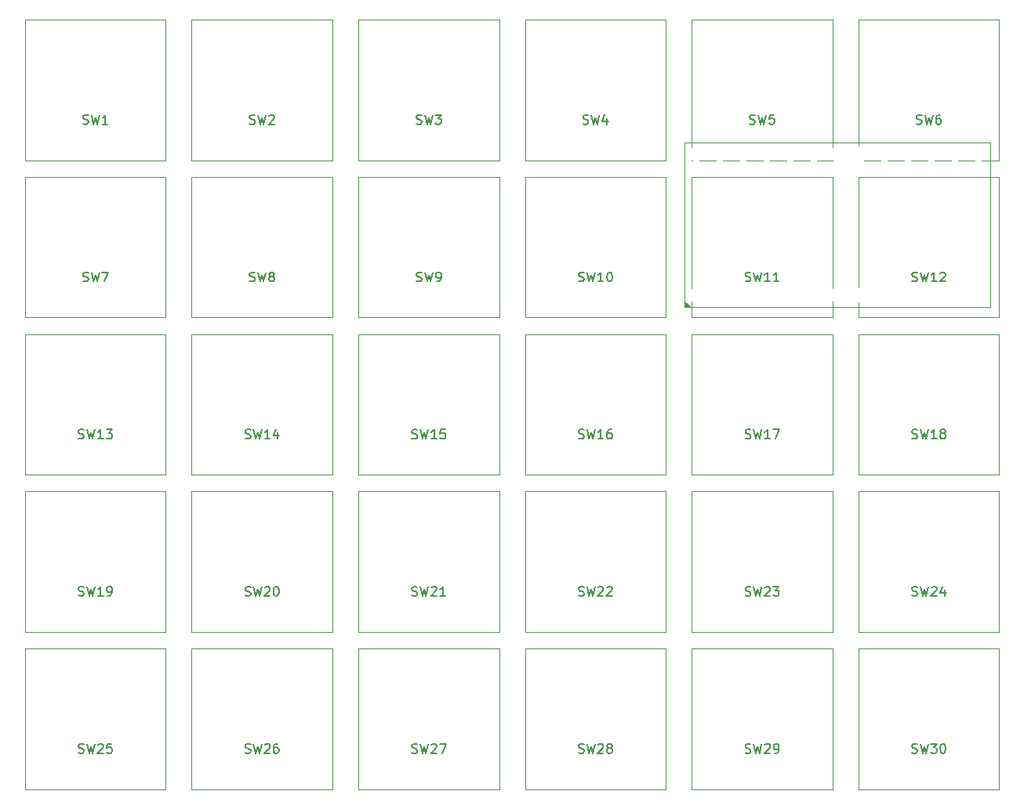
<source format=gbr>
G04 #@! TF.GenerationSoftware,KiCad,Pcbnew,9.0.0*
G04 #@! TF.CreationDate,2025-09-07T21:01:46+01:00*
G04 #@! TF.ProjectId,split_keyboard_1,73706c69-745f-46b6-9579-626f6172645f,rev?*
G04 #@! TF.SameCoordinates,Original*
G04 #@! TF.FileFunction,Legend,Top*
G04 #@! TF.FilePolarity,Positive*
%FSLAX46Y46*%
G04 Gerber Fmt 4.6, Leading zero omitted, Abs format (unit mm)*
G04 Created by KiCad (PCBNEW 9.0.0) date 2025-09-07 21:01:46*
%MOMM*%
%LPD*%
G01*
G04 APERTURE LIST*
%ADD10C,0.150000*%
%ADD11C,0.120000*%
%ADD12C,0.100000*%
%ADD13C,1.900000*%
%ADD14C,3.050000*%
%ADD15C,3.450000*%
%ADD16C,1.700000*%
%ADD17C,0.900000*%
%ADD18C,0.750000*%
G04 APERTURE END LIST*
D10*
X170416667Y-72657200D02*
X170559524Y-72704819D01*
X170559524Y-72704819D02*
X170797619Y-72704819D01*
X170797619Y-72704819D02*
X170892857Y-72657200D01*
X170892857Y-72657200D02*
X170940476Y-72609580D01*
X170940476Y-72609580D02*
X170988095Y-72514342D01*
X170988095Y-72514342D02*
X170988095Y-72419104D01*
X170988095Y-72419104D02*
X170940476Y-72323866D01*
X170940476Y-72323866D02*
X170892857Y-72276247D01*
X170892857Y-72276247D02*
X170797619Y-72228628D01*
X170797619Y-72228628D02*
X170607143Y-72181009D01*
X170607143Y-72181009D02*
X170511905Y-72133390D01*
X170511905Y-72133390D02*
X170464286Y-72085771D01*
X170464286Y-72085771D02*
X170416667Y-71990533D01*
X170416667Y-71990533D02*
X170416667Y-71895295D01*
X170416667Y-71895295D02*
X170464286Y-71800057D01*
X170464286Y-71800057D02*
X170511905Y-71752438D01*
X170511905Y-71752438D02*
X170607143Y-71704819D01*
X170607143Y-71704819D02*
X170845238Y-71704819D01*
X170845238Y-71704819D02*
X170988095Y-71752438D01*
X171321429Y-71704819D02*
X171559524Y-72704819D01*
X171559524Y-72704819D02*
X171750000Y-71990533D01*
X171750000Y-71990533D02*
X171940476Y-72704819D01*
X171940476Y-72704819D02*
X172178572Y-71704819D01*
X173035714Y-71704819D02*
X172559524Y-71704819D01*
X172559524Y-71704819D02*
X172511905Y-72181009D01*
X172511905Y-72181009D02*
X172559524Y-72133390D01*
X172559524Y-72133390D02*
X172654762Y-72085771D01*
X172654762Y-72085771D02*
X172892857Y-72085771D01*
X172892857Y-72085771D02*
X172988095Y-72133390D01*
X172988095Y-72133390D02*
X173035714Y-72181009D01*
X173035714Y-72181009D02*
X173083333Y-72276247D01*
X173083333Y-72276247D02*
X173083333Y-72514342D01*
X173083333Y-72514342D02*
X173035714Y-72609580D01*
X173035714Y-72609580D02*
X172988095Y-72657200D01*
X172988095Y-72657200D02*
X172892857Y-72704819D01*
X172892857Y-72704819D02*
X172654762Y-72704819D01*
X172654762Y-72704819D02*
X172559524Y-72657200D01*
X172559524Y-72657200D02*
X172511905Y-72609580D01*
X115940476Y-123657200D02*
X116083333Y-123704819D01*
X116083333Y-123704819D02*
X116321428Y-123704819D01*
X116321428Y-123704819D02*
X116416666Y-123657200D01*
X116416666Y-123657200D02*
X116464285Y-123609580D01*
X116464285Y-123609580D02*
X116511904Y-123514342D01*
X116511904Y-123514342D02*
X116511904Y-123419104D01*
X116511904Y-123419104D02*
X116464285Y-123323866D01*
X116464285Y-123323866D02*
X116416666Y-123276247D01*
X116416666Y-123276247D02*
X116321428Y-123228628D01*
X116321428Y-123228628D02*
X116130952Y-123181009D01*
X116130952Y-123181009D02*
X116035714Y-123133390D01*
X116035714Y-123133390D02*
X115988095Y-123085771D01*
X115988095Y-123085771D02*
X115940476Y-122990533D01*
X115940476Y-122990533D02*
X115940476Y-122895295D01*
X115940476Y-122895295D02*
X115988095Y-122800057D01*
X115988095Y-122800057D02*
X116035714Y-122752438D01*
X116035714Y-122752438D02*
X116130952Y-122704819D01*
X116130952Y-122704819D02*
X116369047Y-122704819D01*
X116369047Y-122704819D02*
X116511904Y-122752438D01*
X116845238Y-122704819D02*
X117083333Y-123704819D01*
X117083333Y-123704819D02*
X117273809Y-122990533D01*
X117273809Y-122990533D02*
X117464285Y-123704819D01*
X117464285Y-123704819D02*
X117702381Y-122704819D01*
X118035714Y-122800057D02*
X118083333Y-122752438D01*
X118083333Y-122752438D02*
X118178571Y-122704819D01*
X118178571Y-122704819D02*
X118416666Y-122704819D01*
X118416666Y-122704819D02*
X118511904Y-122752438D01*
X118511904Y-122752438D02*
X118559523Y-122800057D01*
X118559523Y-122800057D02*
X118607142Y-122895295D01*
X118607142Y-122895295D02*
X118607142Y-122990533D01*
X118607142Y-122990533D02*
X118559523Y-123133390D01*
X118559523Y-123133390D02*
X117988095Y-123704819D01*
X117988095Y-123704819D02*
X118607142Y-123704819D01*
X119226190Y-122704819D02*
X119321428Y-122704819D01*
X119321428Y-122704819D02*
X119416666Y-122752438D01*
X119416666Y-122752438D02*
X119464285Y-122800057D01*
X119464285Y-122800057D02*
X119511904Y-122895295D01*
X119511904Y-122895295D02*
X119559523Y-123085771D01*
X119559523Y-123085771D02*
X119559523Y-123323866D01*
X119559523Y-123323866D02*
X119511904Y-123514342D01*
X119511904Y-123514342D02*
X119464285Y-123609580D01*
X119464285Y-123609580D02*
X119416666Y-123657200D01*
X119416666Y-123657200D02*
X119321428Y-123704819D01*
X119321428Y-123704819D02*
X119226190Y-123704819D01*
X119226190Y-123704819D02*
X119130952Y-123657200D01*
X119130952Y-123657200D02*
X119083333Y-123609580D01*
X119083333Y-123609580D02*
X119035714Y-123514342D01*
X119035714Y-123514342D02*
X118988095Y-123323866D01*
X118988095Y-123323866D02*
X118988095Y-123085771D01*
X118988095Y-123085771D02*
X119035714Y-122895295D01*
X119035714Y-122895295D02*
X119083333Y-122800057D01*
X119083333Y-122800057D02*
X119130952Y-122752438D01*
X119130952Y-122752438D02*
X119226190Y-122704819D01*
X98416667Y-72657200D02*
X98559524Y-72704819D01*
X98559524Y-72704819D02*
X98797619Y-72704819D01*
X98797619Y-72704819D02*
X98892857Y-72657200D01*
X98892857Y-72657200D02*
X98940476Y-72609580D01*
X98940476Y-72609580D02*
X98988095Y-72514342D01*
X98988095Y-72514342D02*
X98988095Y-72419104D01*
X98988095Y-72419104D02*
X98940476Y-72323866D01*
X98940476Y-72323866D02*
X98892857Y-72276247D01*
X98892857Y-72276247D02*
X98797619Y-72228628D01*
X98797619Y-72228628D02*
X98607143Y-72181009D01*
X98607143Y-72181009D02*
X98511905Y-72133390D01*
X98511905Y-72133390D02*
X98464286Y-72085771D01*
X98464286Y-72085771D02*
X98416667Y-71990533D01*
X98416667Y-71990533D02*
X98416667Y-71895295D01*
X98416667Y-71895295D02*
X98464286Y-71800057D01*
X98464286Y-71800057D02*
X98511905Y-71752438D01*
X98511905Y-71752438D02*
X98607143Y-71704819D01*
X98607143Y-71704819D02*
X98845238Y-71704819D01*
X98845238Y-71704819D02*
X98988095Y-71752438D01*
X99321429Y-71704819D02*
X99559524Y-72704819D01*
X99559524Y-72704819D02*
X99750000Y-71990533D01*
X99750000Y-71990533D02*
X99940476Y-72704819D01*
X99940476Y-72704819D02*
X100178572Y-71704819D01*
X101083333Y-72704819D02*
X100511905Y-72704819D01*
X100797619Y-72704819D02*
X100797619Y-71704819D01*
X100797619Y-71704819D02*
X100702381Y-71847676D01*
X100702381Y-71847676D02*
X100607143Y-71942914D01*
X100607143Y-71942914D02*
X100511905Y-71990533D01*
X151940476Y-89657200D02*
X152083333Y-89704819D01*
X152083333Y-89704819D02*
X152321428Y-89704819D01*
X152321428Y-89704819D02*
X152416666Y-89657200D01*
X152416666Y-89657200D02*
X152464285Y-89609580D01*
X152464285Y-89609580D02*
X152511904Y-89514342D01*
X152511904Y-89514342D02*
X152511904Y-89419104D01*
X152511904Y-89419104D02*
X152464285Y-89323866D01*
X152464285Y-89323866D02*
X152416666Y-89276247D01*
X152416666Y-89276247D02*
X152321428Y-89228628D01*
X152321428Y-89228628D02*
X152130952Y-89181009D01*
X152130952Y-89181009D02*
X152035714Y-89133390D01*
X152035714Y-89133390D02*
X151988095Y-89085771D01*
X151988095Y-89085771D02*
X151940476Y-88990533D01*
X151940476Y-88990533D02*
X151940476Y-88895295D01*
X151940476Y-88895295D02*
X151988095Y-88800057D01*
X151988095Y-88800057D02*
X152035714Y-88752438D01*
X152035714Y-88752438D02*
X152130952Y-88704819D01*
X152130952Y-88704819D02*
X152369047Y-88704819D01*
X152369047Y-88704819D02*
X152511904Y-88752438D01*
X152845238Y-88704819D02*
X153083333Y-89704819D01*
X153083333Y-89704819D02*
X153273809Y-88990533D01*
X153273809Y-88990533D02*
X153464285Y-89704819D01*
X153464285Y-89704819D02*
X153702381Y-88704819D01*
X154607142Y-89704819D02*
X154035714Y-89704819D01*
X154321428Y-89704819D02*
X154321428Y-88704819D01*
X154321428Y-88704819D02*
X154226190Y-88847676D01*
X154226190Y-88847676D02*
X154130952Y-88942914D01*
X154130952Y-88942914D02*
X154035714Y-88990533D01*
X155226190Y-88704819D02*
X155321428Y-88704819D01*
X155321428Y-88704819D02*
X155416666Y-88752438D01*
X155416666Y-88752438D02*
X155464285Y-88800057D01*
X155464285Y-88800057D02*
X155511904Y-88895295D01*
X155511904Y-88895295D02*
X155559523Y-89085771D01*
X155559523Y-89085771D02*
X155559523Y-89323866D01*
X155559523Y-89323866D02*
X155511904Y-89514342D01*
X155511904Y-89514342D02*
X155464285Y-89609580D01*
X155464285Y-89609580D02*
X155416666Y-89657200D01*
X155416666Y-89657200D02*
X155321428Y-89704819D01*
X155321428Y-89704819D02*
X155226190Y-89704819D01*
X155226190Y-89704819D02*
X155130952Y-89657200D01*
X155130952Y-89657200D02*
X155083333Y-89609580D01*
X155083333Y-89609580D02*
X155035714Y-89514342D01*
X155035714Y-89514342D02*
X154988095Y-89323866D01*
X154988095Y-89323866D02*
X154988095Y-89085771D01*
X154988095Y-89085771D02*
X155035714Y-88895295D01*
X155035714Y-88895295D02*
X155083333Y-88800057D01*
X155083333Y-88800057D02*
X155130952Y-88752438D01*
X155130952Y-88752438D02*
X155226190Y-88704819D01*
X115940476Y-106657200D02*
X116083333Y-106704819D01*
X116083333Y-106704819D02*
X116321428Y-106704819D01*
X116321428Y-106704819D02*
X116416666Y-106657200D01*
X116416666Y-106657200D02*
X116464285Y-106609580D01*
X116464285Y-106609580D02*
X116511904Y-106514342D01*
X116511904Y-106514342D02*
X116511904Y-106419104D01*
X116511904Y-106419104D02*
X116464285Y-106323866D01*
X116464285Y-106323866D02*
X116416666Y-106276247D01*
X116416666Y-106276247D02*
X116321428Y-106228628D01*
X116321428Y-106228628D02*
X116130952Y-106181009D01*
X116130952Y-106181009D02*
X116035714Y-106133390D01*
X116035714Y-106133390D02*
X115988095Y-106085771D01*
X115988095Y-106085771D02*
X115940476Y-105990533D01*
X115940476Y-105990533D02*
X115940476Y-105895295D01*
X115940476Y-105895295D02*
X115988095Y-105800057D01*
X115988095Y-105800057D02*
X116035714Y-105752438D01*
X116035714Y-105752438D02*
X116130952Y-105704819D01*
X116130952Y-105704819D02*
X116369047Y-105704819D01*
X116369047Y-105704819D02*
X116511904Y-105752438D01*
X116845238Y-105704819D02*
X117083333Y-106704819D01*
X117083333Y-106704819D02*
X117273809Y-105990533D01*
X117273809Y-105990533D02*
X117464285Y-106704819D01*
X117464285Y-106704819D02*
X117702381Y-105704819D01*
X118607142Y-106704819D02*
X118035714Y-106704819D01*
X118321428Y-106704819D02*
X118321428Y-105704819D01*
X118321428Y-105704819D02*
X118226190Y-105847676D01*
X118226190Y-105847676D02*
X118130952Y-105942914D01*
X118130952Y-105942914D02*
X118035714Y-105990533D01*
X119464285Y-106038152D02*
X119464285Y-106704819D01*
X119226190Y-105657200D02*
X118988095Y-106371485D01*
X118988095Y-106371485D02*
X119607142Y-106371485D01*
X169940476Y-89657200D02*
X170083333Y-89704819D01*
X170083333Y-89704819D02*
X170321428Y-89704819D01*
X170321428Y-89704819D02*
X170416666Y-89657200D01*
X170416666Y-89657200D02*
X170464285Y-89609580D01*
X170464285Y-89609580D02*
X170511904Y-89514342D01*
X170511904Y-89514342D02*
X170511904Y-89419104D01*
X170511904Y-89419104D02*
X170464285Y-89323866D01*
X170464285Y-89323866D02*
X170416666Y-89276247D01*
X170416666Y-89276247D02*
X170321428Y-89228628D01*
X170321428Y-89228628D02*
X170130952Y-89181009D01*
X170130952Y-89181009D02*
X170035714Y-89133390D01*
X170035714Y-89133390D02*
X169988095Y-89085771D01*
X169988095Y-89085771D02*
X169940476Y-88990533D01*
X169940476Y-88990533D02*
X169940476Y-88895295D01*
X169940476Y-88895295D02*
X169988095Y-88800057D01*
X169988095Y-88800057D02*
X170035714Y-88752438D01*
X170035714Y-88752438D02*
X170130952Y-88704819D01*
X170130952Y-88704819D02*
X170369047Y-88704819D01*
X170369047Y-88704819D02*
X170511904Y-88752438D01*
X170845238Y-88704819D02*
X171083333Y-89704819D01*
X171083333Y-89704819D02*
X171273809Y-88990533D01*
X171273809Y-88990533D02*
X171464285Y-89704819D01*
X171464285Y-89704819D02*
X171702381Y-88704819D01*
X172607142Y-89704819D02*
X172035714Y-89704819D01*
X172321428Y-89704819D02*
X172321428Y-88704819D01*
X172321428Y-88704819D02*
X172226190Y-88847676D01*
X172226190Y-88847676D02*
X172130952Y-88942914D01*
X172130952Y-88942914D02*
X172035714Y-88990533D01*
X173559523Y-89704819D02*
X172988095Y-89704819D01*
X173273809Y-89704819D02*
X173273809Y-88704819D01*
X173273809Y-88704819D02*
X173178571Y-88847676D01*
X173178571Y-88847676D02*
X173083333Y-88942914D01*
X173083333Y-88942914D02*
X172988095Y-88990533D01*
X169940476Y-106657200D02*
X170083333Y-106704819D01*
X170083333Y-106704819D02*
X170321428Y-106704819D01*
X170321428Y-106704819D02*
X170416666Y-106657200D01*
X170416666Y-106657200D02*
X170464285Y-106609580D01*
X170464285Y-106609580D02*
X170511904Y-106514342D01*
X170511904Y-106514342D02*
X170511904Y-106419104D01*
X170511904Y-106419104D02*
X170464285Y-106323866D01*
X170464285Y-106323866D02*
X170416666Y-106276247D01*
X170416666Y-106276247D02*
X170321428Y-106228628D01*
X170321428Y-106228628D02*
X170130952Y-106181009D01*
X170130952Y-106181009D02*
X170035714Y-106133390D01*
X170035714Y-106133390D02*
X169988095Y-106085771D01*
X169988095Y-106085771D02*
X169940476Y-105990533D01*
X169940476Y-105990533D02*
X169940476Y-105895295D01*
X169940476Y-105895295D02*
X169988095Y-105800057D01*
X169988095Y-105800057D02*
X170035714Y-105752438D01*
X170035714Y-105752438D02*
X170130952Y-105704819D01*
X170130952Y-105704819D02*
X170369047Y-105704819D01*
X170369047Y-105704819D02*
X170511904Y-105752438D01*
X170845238Y-105704819D02*
X171083333Y-106704819D01*
X171083333Y-106704819D02*
X171273809Y-105990533D01*
X171273809Y-105990533D02*
X171464285Y-106704819D01*
X171464285Y-106704819D02*
X171702381Y-105704819D01*
X172607142Y-106704819D02*
X172035714Y-106704819D01*
X172321428Y-106704819D02*
X172321428Y-105704819D01*
X172321428Y-105704819D02*
X172226190Y-105847676D01*
X172226190Y-105847676D02*
X172130952Y-105942914D01*
X172130952Y-105942914D02*
X172035714Y-105990533D01*
X172940476Y-105704819D02*
X173607142Y-105704819D01*
X173607142Y-105704819D02*
X173178571Y-106704819D01*
X134416667Y-89657200D02*
X134559524Y-89704819D01*
X134559524Y-89704819D02*
X134797619Y-89704819D01*
X134797619Y-89704819D02*
X134892857Y-89657200D01*
X134892857Y-89657200D02*
X134940476Y-89609580D01*
X134940476Y-89609580D02*
X134988095Y-89514342D01*
X134988095Y-89514342D02*
X134988095Y-89419104D01*
X134988095Y-89419104D02*
X134940476Y-89323866D01*
X134940476Y-89323866D02*
X134892857Y-89276247D01*
X134892857Y-89276247D02*
X134797619Y-89228628D01*
X134797619Y-89228628D02*
X134607143Y-89181009D01*
X134607143Y-89181009D02*
X134511905Y-89133390D01*
X134511905Y-89133390D02*
X134464286Y-89085771D01*
X134464286Y-89085771D02*
X134416667Y-88990533D01*
X134416667Y-88990533D02*
X134416667Y-88895295D01*
X134416667Y-88895295D02*
X134464286Y-88800057D01*
X134464286Y-88800057D02*
X134511905Y-88752438D01*
X134511905Y-88752438D02*
X134607143Y-88704819D01*
X134607143Y-88704819D02*
X134845238Y-88704819D01*
X134845238Y-88704819D02*
X134988095Y-88752438D01*
X135321429Y-88704819D02*
X135559524Y-89704819D01*
X135559524Y-89704819D02*
X135750000Y-88990533D01*
X135750000Y-88990533D02*
X135940476Y-89704819D01*
X135940476Y-89704819D02*
X136178572Y-88704819D01*
X136607143Y-89704819D02*
X136797619Y-89704819D01*
X136797619Y-89704819D02*
X136892857Y-89657200D01*
X136892857Y-89657200D02*
X136940476Y-89609580D01*
X136940476Y-89609580D02*
X137035714Y-89466723D01*
X137035714Y-89466723D02*
X137083333Y-89276247D01*
X137083333Y-89276247D02*
X137083333Y-88895295D01*
X137083333Y-88895295D02*
X137035714Y-88800057D01*
X137035714Y-88800057D02*
X136988095Y-88752438D01*
X136988095Y-88752438D02*
X136892857Y-88704819D01*
X136892857Y-88704819D02*
X136702381Y-88704819D01*
X136702381Y-88704819D02*
X136607143Y-88752438D01*
X136607143Y-88752438D02*
X136559524Y-88800057D01*
X136559524Y-88800057D02*
X136511905Y-88895295D01*
X136511905Y-88895295D02*
X136511905Y-89133390D01*
X136511905Y-89133390D02*
X136559524Y-89228628D01*
X136559524Y-89228628D02*
X136607143Y-89276247D01*
X136607143Y-89276247D02*
X136702381Y-89323866D01*
X136702381Y-89323866D02*
X136892857Y-89323866D01*
X136892857Y-89323866D02*
X136988095Y-89276247D01*
X136988095Y-89276247D02*
X137035714Y-89228628D01*
X137035714Y-89228628D02*
X137083333Y-89133390D01*
X151940476Y-140657200D02*
X152083333Y-140704819D01*
X152083333Y-140704819D02*
X152321428Y-140704819D01*
X152321428Y-140704819D02*
X152416666Y-140657200D01*
X152416666Y-140657200D02*
X152464285Y-140609580D01*
X152464285Y-140609580D02*
X152511904Y-140514342D01*
X152511904Y-140514342D02*
X152511904Y-140419104D01*
X152511904Y-140419104D02*
X152464285Y-140323866D01*
X152464285Y-140323866D02*
X152416666Y-140276247D01*
X152416666Y-140276247D02*
X152321428Y-140228628D01*
X152321428Y-140228628D02*
X152130952Y-140181009D01*
X152130952Y-140181009D02*
X152035714Y-140133390D01*
X152035714Y-140133390D02*
X151988095Y-140085771D01*
X151988095Y-140085771D02*
X151940476Y-139990533D01*
X151940476Y-139990533D02*
X151940476Y-139895295D01*
X151940476Y-139895295D02*
X151988095Y-139800057D01*
X151988095Y-139800057D02*
X152035714Y-139752438D01*
X152035714Y-139752438D02*
X152130952Y-139704819D01*
X152130952Y-139704819D02*
X152369047Y-139704819D01*
X152369047Y-139704819D02*
X152511904Y-139752438D01*
X152845238Y-139704819D02*
X153083333Y-140704819D01*
X153083333Y-140704819D02*
X153273809Y-139990533D01*
X153273809Y-139990533D02*
X153464285Y-140704819D01*
X153464285Y-140704819D02*
X153702381Y-139704819D01*
X154035714Y-139800057D02*
X154083333Y-139752438D01*
X154083333Y-139752438D02*
X154178571Y-139704819D01*
X154178571Y-139704819D02*
X154416666Y-139704819D01*
X154416666Y-139704819D02*
X154511904Y-139752438D01*
X154511904Y-139752438D02*
X154559523Y-139800057D01*
X154559523Y-139800057D02*
X154607142Y-139895295D01*
X154607142Y-139895295D02*
X154607142Y-139990533D01*
X154607142Y-139990533D02*
X154559523Y-140133390D01*
X154559523Y-140133390D02*
X153988095Y-140704819D01*
X153988095Y-140704819D02*
X154607142Y-140704819D01*
X155178571Y-140133390D02*
X155083333Y-140085771D01*
X155083333Y-140085771D02*
X155035714Y-140038152D01*
X155035714Y-140038152D02*
X154988095Y-139942914D01*
X154988095Y-139942914D02*
X154988095Y-139895295D01*
X154988095Y-139895295D02*
X155035714Y-139800057D01*
X155035714Y-139800057D02*
X155083333Y-139752438D01*
X155083333Y-139752438D02*
X155178571Y-139704819D01*
X155178571Y-139704819D02*
X155369047Y-139704819D01*
X155369047Y-139704819D02*
X155464285Y-139752438D01*
X155464285Y-139752438D02*
X155511904Y-139800057D01*
X155511904Y-139800057D02*
X155559523Y-139895295D01*
X155559523Y-139895295D02*
X155559523Y-139942914D01*
X155559523Y-139942914D02*
X155511904Y-140038152D01*
X155511904Y-140038152D02*
X155464285Y-140085771D01*
X155464285Y-140085771D02*
X155369047Y-140133390D01*
X155369047Y-140133390D02*
X155178571Y-140133390D01*
X155178571Y-140133390D02*
X155083333Y-140181009D01*
X155083333Y-140181009D02*
X155035714Y-140228628D01*
X155035714Y-140228628D02*
X154988095Y-140323866D01*
X154988095Y-140323866D02*
X154988095Y-140514342D01*
X154988095Y-140514342D02*
X155035714Y-140609580D01*
X155035714Y-140609580D02*
X155083333Y-140657200D01*
X155083333Y-140657200D02*
X155178571Y-140704819D01*
X155178571Y-140704819D02*
X155369047Y-140704819D01*
X155369047Y-140704819D02*
X155464285Y-140657200D01*
X155464285Y-140657200D02*
X155511904Y-140609580D01*
X155511904Y-140609580D02*
X155559523Y-140514342D01*
X155559523Y-140514342D02*
X155559523Y-140323866D01*
X155559523Y-140323866D02*
X155511904Y-140228628D01*
X155511904Y-140228628D02*
X155464285Y-140181009D01*
X155464285Y-140181009D02*
X155369047Y-140133390D01*
X133940476Y-123657200D02*
X134083333Y-123704819D01*
X134083333Y-123704819D02*
X134321428Y-123704819D01*
X134321428Y-123704819D02*
X134416666Y-123657200D01*
X134416666Y-123657200D02*
X134464285Y-123609580D01*
X134464285Y-123609580D02*
X134511904Y-123514342D01*
X134511904Y-123514342D02*
X134511904Y-123419104D01*
X134511904Y-123419104D02*
X134464285Y-123323866D01*
X134464285Y-123323866D02*
X134416666Y-123276247D01*
X134416666Y-123276247D02*
X134321428Y-123228628D01*
X134321428Y-123228628D02*
X134130952Y-123181009D01*
X134130952Y-123181009D02*
X134035714Y-123133390D01*
X134035714Y-123133390D02*
X133988095Y-123085771D01*
X133988095Y-123085771D02*
X133940476Y-122990533D01*
X133940476Y-122990533D02*
X133940476Y-122895295D01*
X133940476Y-122895295D02*
X133988095Y-122800057D01*
X133988095Y-122800057D02*
X134035714Y-122752438D01*
X134035714Y-122752438D02*
X134130952Y-122704819D01*
X134130952Y-122704819D02*
X134369047Y-122704819D01*
X134369047Y-122704819D02*
X134511904Y-122752438D01*
X134845238Y-122704819D02*
X135083333Y-123704819D01*
X135083333Y-123704819D02*
X135273809Y-122990533D01*
X135273809Y-122990533D02*
X135464285Y-123704819D01*
X135464285Y-123704819D02*
X135702381Y-122704819D01*
X136035714Y-122800057D02*
X136083333Y-122752438D01*
X136083333Y-122752438D02*
X136178571Y-122704819D01*
X136178571Y-122704819D02*
X136416666Y-122704819D01*
X136416666Y-122704819D02*
X136511904Y-122752438D01*
X136511904Y-122752438D02*
X136559523Y-122800057D01*
X136559523Y-122800057D02*
X136607142Y-122895295D01*
X136607142Y-122895295D02*
X136607142Y-122990533D01*
X136607142Y-122990533D02*
X136559523Y-123133390D01*
X136559523Y-123133390D02*
X135988095Y-123704819D01*
X135988095Y-123704819D02*
X136607142Y-123704819D01*
X137559523Y-123704819D02*
X136988095Y-123704819D01*
X137273809Y-123704819D02*
X137273809Y-122704819D01*
X137273809Y-122704819D02*
X137178571Y-122847676D01*
X137178571Y-122847676D02*
X137083333Y-122942914D01*
X137083333Y-122942914D02*
X136988095Y-122990533D01*
X169940476Y-123657200D02*
X170083333Y-123704819D01*
X170083333Y-123704819D02*
X170321428Y-123704819D01*
X170321428Y-123704819D02*
X170416666Y-123657200D01*
X170416666Y-123657200D02*
X170464285Y-123609580D01*
X170464285Y-123609580D02*
X170511904Y-123514342D01*
X170511904Y-123514342D02*
X170511904Y-123419104D01*
X170511904Y-123419104D02*
X170464285Y-123323866D01*
X170464285Y-123323866D02*
X170416666Y-123276247D01*
X170416666Y-123276247D02*
X170321428Y-123228628D01*
X170321428Y-123228628D02*
X170130952Y-123181009D01*
X170130952Y-123181009D02*
X170035714Y-123133390D01*
X170035714Y-123133390D02*
X169988095Y-123085771D01*
X169988095Y-123085771D02*
X169940476Y-122990533D01*
X169940476Y-122990533D02*
X169940476Y-122895295D01*
X169940476Y-122895295D02*
X169988095Y-122800057D01*
X169988095Y-122800057D02*
X170035714Y-122752438D01*
X170035714Y-122752438D02*
X170130952Y-122704819D01*
X170130952Y-122704819D02*
X170369047Y-122704819D01*
X170369047Y-122704819D02*
X170511904Y-122752438D01*
X170845238Y-122704819D02*
X171083333Y-123704819D01*
X171083333Y-123704819D02*
X171273809Y-122990533D01*
X171273809Y-122990533D02*
X171464285Y-123704819D01*
X171464285Y-123704819D02*
X171702381Y-122704819D01*
X172035714Y-122800057D02*
X172083333Y-122752438D01*
X172083333Y-122752438D02*
X172178571Y-122704819D01*
X172178571Y-122704819D02*
X172416666Y-122704819D01*
X172416666Y-122704819D02*
X172511904Y-122752438D01*
X172511904Y-122752438D02*
X172559523Y-122800057D01*
X172559523Y-122800057D02*
X172607142Y-122895295D01*
X172607142Y-122895295D02*
X172607142Y-122990533D01*
X172607142Y-122990533D02*
X172559523Y-123133390D01*
X172559523Y-123133390D02*
X171988095Y-123704819D01*
X171988095Y-123704819D02*
X172607142Y-123704819D01*
X172940476Y-122704819D02*
X173559523Y-122704819D01*
X173559523Y-122704819D02*
X173226190Y-123085771D01*
X173226190Y-123085771D02*
X173369047Y-123085771D01*
X173369047Y-123085771D02*
X173464285Y-123133390D01*
X173464285Y-123133390D02*
X173511904Y-123181009D01*
X173511904Y-123181009D02*
X173559523Y-123276247D01*
X173559523Y-123276247D02*
X173559523Y-123514342D01*
X173559523Y-123514342D02*
X173511904Y-123609580D01*
X173511904Y-123609580D02*
X173464285Y-123657200D01*
X173464285Y-123657200D02*
X173369047Y-123704819D01*
X173369047Y-123704819D02*
X173083333Y-123704819D01*
X173083333Y-123704819D02*
X172988095Y-123657200D01*
X172988095Y-123657200D02*
X172940476Y-123609580D01*
X133940476Y-140657200D02*
X134083333Y-140704819D01*
X134083333Y-140704819D02*
X134321428Y-140704819D01*
X134321428Y-140704819D02*
X134416666Y-140657200D01*
X134416666Y-140657200D02*
X134464285Y-140609580D01*
X134464285Y-140609580D02*
X134511904Y-140514342D01*
X134511904Y-140514342D02*
X134511904Y-140419104D01*
X134511904Y-140419104D02*
X134464285Y-140323866D01*
X134464285Y-140323866D02*
X134416666Y-140276247D01*
X134416666Y-140276247D02*
X134321428Y-140228628D01*
X134321428Y-140228628D02*
X134130952Y-140181009D01*
X134130952Y-140181009D02*
X134035714Y-140133390D01*
X134035714Y-140133390D02*
X133988095Y-140085771D01*
X133988095Y-140085771D02*
X133940476Y-139990533D01*
X133940476Y-139990533D02*
X133940476Y-139895295D01*
X133940476Y-139895295D02*
X133988095Y-139800057D01*
X133988095Y-139800057D02*
X134035714Y-139752438D01*
X134035714Y-139752438D02*
X134130952Y-139704819D01*
X134130952Y-139704819D02*
X134369047Y-139704819D01*
X134369047Y-139704819D02*
X134511904Y-139752438D01*
X134845238Y-139704819D02*
X135083333Y-140704819D01*
X135083333Y-140704819D02*
X135273809Y-139990533D01*
X135273809Y-139990533D02*
X135464285Y-140704819D01*
X135464285Y-140704819D02*
X135702381Y-139704819D01*
X136035714Y-139800057D02*
X136083333Y-139752438D01*
X136083333Y-139752438D02*
X136178571Y-139704819D01*
X136178571Y-139704819D02*
X136416666Y-139704819D01*
X136416666Y-139704819D02*
X136511904Y-139752438D01*
X136511904Y-139752438D02*
X136559523Y-139800057D01*
X136559523Y-139800057D02*
X136607142Y-139895295D01*
X136607142Y-139895295D02*
X136607142Y-139990533D01*
X136607142Y-139990533D02*
X136559523Y-140133390D01*
X136559523Y-140133390D02*
X135988095Y-140704819D01*
X135988095Y-140704819D02*
X136607142Y-140704819D01*
X136940476Y-139704819D02*
X137607142Y-139704819D01*
X137607142Y-139704819D02*
X137178571Y-140704819D01*
X134416667Y-72657200D02*
X134559524Y-72704819D01*
X134559524Y-72704819D02*
X134797619Y-72704819D01*
X134797619Y-72704819D02*
X134892857Y-72657200D01*
X134892857Y-72657200D02*
X134940476Y-72609580D01*
X134940476Y-72609580D02*
X134988095Y-72514342D01*
X134988095Y-72514342D02*
X134988095Y-72419104D01*
X134988095Y-72419104D02*
X134940476Y-72323866D01*
X134940476Y-72323866D02*
X134892857Y-72276247D01*
X134892857Y-72276247D02*
X134797619Y-72228628D01*
X134797619Y-72228628D02*
X134607143Y-72181009D01*
X134607143Y-72181009D02*
X134511905Y-72133390D01*
X134511905Y-72133390D02*
X134464286Y-72085771D01*
X134464286Y-72085771D02*
X134416667Y-71990533D01*
X134416667Y-71990533D02*
X134416667Y-71895295D01*
X134416667Y-71895295D02*
X134464286Y-71800057D01*
X134464286Y-71800057D02*
X134511905Y-71752438D01*
X134511905Y-71752438D02*
X134607143Y-71704819D01*
X134607143Y-71704819D02*
X134845238Y-71704819D01*
X134845238Y-71704819D02*
X134988095Y-71752438D01*
X135321429Y-71704819D02*
X135559524Y-72704819D01*
X135559524Y-72704819D02*
X135750000Y-71990533D01*
X135750000Y-71990533D02*
X135940476Y-72704819D01*
X135940476Y-72704819D02*
X136178572Y-71704819D01*
X136464286Y-71704819D02*
X137083333Y-71704819D01*
X137083333Y-71704819D02*
X136750000Y-72085771D01*
X136750000Y-72085771D02*
X136892857Y-72085771D01*
X136892857Y-72085771D02*
X136988095Y-72133390D01*
X136988095Y-72133390D02*
X137035714Y-72181009D01*
X137035714Y-72181009D02*
X137083333Y-72276247D01*
X137083333Y-72276247D02*
X137083333Y-72514342D01*
X137083333Y-72514342D02*
X137035714Y-72609580D01*
X137035714Y-72609580D02*
X136988095Y-72657200D01*
X136988095Y-72657200D02*
X136892857Y-72704819D01*
X136892857Y-72704819D02*
X136607143Y-72704819D01*
X136607143Y-72704819D02*
X136511905Y-72657200D01*
X136511905Y-72657200D02*
X136464286Y-72609580D01*
X152416667Y-72657200D02*
X152559524Y-72704819D01*
X152559524Y-72704819D02*
X152797619Y-72704819D01*
X152797619Y-72704819D02*
X152892857Y-72657200D01*
X152892857Y-72657200D02*
X152940476Y-72609580D01*
X152940476Y-72609580D02*
X152988095Y-72514342D01*
X152988095Y-72514342D02*
X152988095Y-72419104D01*
X152988095Y-72419104D02*
X152940476Y-72323866D01*
X152940476Y-72323866D02*
X152892857Y-72276247D01*
X152892857Y-72276247D02*
X152797619Y-72228628D01*
X152797619Y-72228628D02*
X152607143Y-72181009D01*
X152607143Y-72181009D02*
X152511905Y-72133390D01*
X152511905Y-72133390D02*
X152464286Y-72085771D01*
X152464286Y-72085771D02*
X152416667Y-71990533D01*
X152416667Y-71990533D02*
X152416667Y-71895295D01*
X152416667Y-71895295D02*
X152464286Y-71800057D01*
X152464286Y-71800057D02*
X152511905Y-71752438D01*
X152511905Y-71752438D02*
X152607143Y-71704819D01*
X152607143Y-71704819D02*
X152845238Y-71704819D01*
X152845238Y-71704819D02*
X152988095Y-71752438D01*
X153321429Y-71704819D02*
X153559524Y-72704819D01*
X153559524Y-72704819D02*
X153750000Y-71990533D01*
X153750000Y-71990533D02*
X153940476Y-72704819D01*
X153940476Y-72704819D02*
X154178572Y-71704819D01*
X154988095Y-72038152D02*
X154988095Y-72704819D01*
X154750000Y-71657200D02*
X154511905Y-72371485D01*
X154511905Y-72371485D02*
X155130952Y-72371485D01*
X116416667Y-72657200D02*
X116559524Y-72704819D01*
X116559524Y-72704819D02*
X116797619Y-72704819D01*
X116797619Y-72704819D02*
X116892857Y-72657200D01*
X116892857Y-72657200D02*
X116940476Y-72609580D01*
X116940476Y-72609580D02*
X116988095Y-72514342D01*
X116988095Y-72514342D02*
X116988095Y-72419104D01*
X116988095Y-72419104D02*
X116940476Y-72323866D01*
X116940476Y-72323866D02*
X116892857Y-72276247D01*
X116892857Y-72276247D02*
X116797619Y-72228628D01*
X116797619Y-72228628D02*
X116607143Y-72181009D01*
X116607143Y-72181009D02*
X116511905Y-72133390D01*
X116511905Y-72133390D02*
X116464286Y-72085771D01*
X116464286Y-72085771D02*
X116416667Y-71990533D01*
X116416667Y-71990533D02*
X116416667Y-71895295D01*
X116416667Y-71895295D02*
X116464286Y-71800057D01*
X116464286Y-71800057D02*
X116511905Y-71752438D01*
X116511905Y-71752438D02*
X116607143Y-71704819D01*
X116607143Y-71704819D02*
X116845238Y-71704819D01*
X116845238Y-71704819D02*
X116988095Y-71752438D01*
X117321429Y-71704819D02*
X117559524Y-72704819D01*
X117559524Y-72704819D02*
X117750000Y-71990533D01*
X117750000Y-71990533D02*
X117940476Y-72704819D01*
X117940476Y-72704819D02*
X118178572Y-71704819D01*
X118511905Y-71800057D02*
X118559524Y-71752438D01*
X118559524Y-71752438D02*
X118654762Y-71704819D01*
X118654762Y-71704819D02*
X118892857Y-71704819D01*
X118892857Y-71704819D02*
X118988095Y-71752438D01*
X118988095Y-71752438D02*
X119035714Y-71800057D01*
X119035714Y-71800057D02*
X119083333Y-71895295D01*
X119083333Y-71895295D02*
X119083333Y-71990533D01*
X119083333Y-71990533D02*
X119035714Y-72133390D01*
X119035714Y-72133390D02*
X118464286Y-72704819D01*
X118464286Y-72704819D02*
X119083333Y-72704819D01*
X187940476Y-123657200D02*
X188083333Y-123704819D01*
X188083333Y-123704819D02*
X188321428Y-123704819D01*
X188321428Y-123704819D02*
X188416666Y-123657200D01*
X188416666Y-123657200D02*
X188464285Y-123609580D01*
X188464285Y-123609580D02*
X188511904Y-123514342D01*
X188511904Y-123514342D02*
X188511904Y-123419104D01*
X188511904Y-123419104D02*
X188464285Y-123323866D01*
X188464285Y-123323866D02*
X188416666Y-123276247D01*
X188416666Y-123276247D02*
X188321428Y-123228628D01*
X188321428Y-123228628D02*
X188130952Y-123181009D01*
X188130952Y-123181009D02*
X188035714Y-123133390D01*
X188035714Y-123133390D02*
X187988095Y-123085771D01*
X187988095Y-123085771D02*
X187940476Y-122990533D01*
X187940476Y-122990533D02*
X187940476Y-122895295D01*
X187940476Y-122895295D02*
X187988095Y-122800057D01*
X187988095Y-122800057D02*
X188035714Y-122752438D01*
X188035714Y-122752438D02*
X188130952Y-122704819D01*
X188130952Y-122704819D02*
X188369047Y-122704819D01*
X188369047Y-122704819D02*
X188511904Y-122752438D01*
X188845238Y-122704819D02*
X189083333Y-123704819D01*
X189083333Y-123704819D02*
X189273809Y-122990533D01*
X189273809Y-122990533D02*
X189464285Y-123704819D01*
X189464285Y-123704819D02*
X189702381Y-122704819D01*
X190035714Y-122800057D02*
X190083333Y-122752438D01*
X190083333Y-122752438D02*
X190178571Y-122704819D01*
X190178571Y-122704819D02*
X190416666Y-122704819D01*
X190416666Y-122704819D02*
X190511904Y-122752438D01*
X190511904Y-122752438D02*
X190559523Y-122800057D01*
X190559523Y-122800057D02*
X190607142Y-122895295D01*
X190607142Y-122895295D02*
X190607142Y-122990533D01*
X190607142Y-122990533D02*
X190559523Y-123133390D01*
X190559523Y-123133390D02*
X189988095Y-123704819D01*
X189988095Y-123704819D02*
X190607142Y-123704819D01*
X191464285Y-123038152D02*
X191464285Y-123704819D01*
X191226190Y-122657200D02*
X190988095Y-123371485D01*
X190988095Y-123371485D02*
X191607142Y-123371485D01*
X187940476Y-106657200D02*
X188083333Y-106704819D01*
X188083333Y-106704819D02*
X188321428Y-106704819D01*
X188321428Y-106704819D02*
X188416666Y-106657200D01*
X188416666Y-106657200D02*
X188464285Y-106609580D01*
X188464285Y-106609580D02*
X188511904Y-106514342D01*
X188511904Y-106514342D02*
X188511904Y-106419104D01*
X188511904Y-106419104D02*
X188464285Y-106323866D01*
X188464285Y-106323866D02*
X188416666Y-106276247D01*
X188416666Y-106276247D02*
X188321428Y-106228628D01*
X188321428Y-106228628D02*
X188130952Y-106181009D01*
X188130952Y-106181009D02*
X188035714Y-106133390D01*
X188035714Y-106133390D02*
X187988095Y-106085771D01*
X187988095Y-106085771D02*
X187940476Y-105990533D01*
X187940476Y-105990533D02*
X187940476Y-105895295D01*
X187940476Y-105895295D02*
X187988095Y-105800057D01*
X187988095Y-105800057D02*
X188035714Y-105752438D01*
X188035714Y-105752438D02*
X188130952Y-105704819D01*
X188130952Y-105704819D02*
X188369047Y-105704819D01*
X188369047Y-105704819D02*
X188511904Y-105752438D01*
X188845238Y-105704819D02*
X189083333Y-106704819D01*
X189083333Y-106704819D02*
X189273809Y-105990533D01*
X189273809Y-105990533D02*
X189464285Y-106704819D01*
X189464285Y-106704819D02*
X189702381Y-105704819D01*
X190607142Y-106704819D02*
X190035714Y-106704819D01*
X190321428Y-106704819D02*
X190321428Y-105704819D01*
X190321428Y-105704819D02*
X190226190Y-105847676D01*
X190226190Y-105847676D02*
X190130952Y-105942914D01*
X190130952Y-105942914D02*
X190035714Y-105990533D01*
X191178571Y-106133390D02*
X191083333Y-106085771D01*
X191083333Y-106085771D02*
X191035714Y-106038152D01*
X191035714Y-106038152D02*
X190988095Y-105942914D01*
X190988095Y-105942914D02*
X190988095Y-105895295D01*
X190988095Y-105895295D02*
X191035714Y-105800057D01*
X191035714Y-105800057D02*
X191083333Y-105752438D01*
X191083333Y-105752438D02*
X191178571Y-105704819D01*
X191178571Y-105704819D02*
X191369047Y-105704819D01*
X191369047Y-105704819D02*
X191464285Y-105752438D01*
X191464285Y-105752438D02*
X191511904Y-105800057D01*
X191511904Y-105800057D02*
X191559523Y-105895295D01*
X191559523Y-105895295D02*
X191559523Y-105942914D01*
X191559523Y-105942914D02*
X191511904Y-106038152D01*
X191511904Y-106038152D02*
X191464285Y-106085771D01*
X191464285Y-106085771D02*
X191369047Y-106133390D01*
X191369047Y-106133390D02*
X191178571Y-106133390D01*
X191178571Y-106133390D02*
X191083333Y-106181009D01*
X191083333Y-106181009D02*
X191035714Y-106228628D01*
X191035714Y-106228628D02*
X190988095Y-106323866D01*
X190988095Y-106323866D02*
X190988095Y-106514342D01*
X190988095Y-106514342D02*
X191035714Y-106609580D01*
X191035714Y-106609580D02*
X191083333Y-106657200D01*
X191083333Y-106657200D02*
X191178571Y-106704819D01*
X191178571Y-106704819D02*
X191369047Y-106704819D01*
X191369047Y-106704819D02*
X191464285Y-106657200D01*
X191464285Y-106657200D02*
X191511904Y-106609580D01*
X191511904Y-106609580D02*
X191559523Y-106514342D01*
X191559523Y-106514342D02*
X191559523Y-106323866D01*
X191559523Y-106323866D02*
X191511904Y-106228628D01*
X191511904Y-106228628D02*
X191464285Y-106181009D01*
X191464285Y-106181009D02*
X191369047Y-106133390D01*
X151940476Y-123657200D02*
X152083333Y-123704819D01*
X152083333Y-123704819D02*
X152321428Y-123704819D01*
X152321428Y-123704819D02*
X152416666Y-123657200D01*
X152416666Y-123657200D02*
X152464285Y-123609580D01*
X152464285Y-123609580D02*
X152511904Y-123514342D01*
X152511904Y-123514342D02*
X152511904Y-123419104D01*
X152511904Y-123419104D02*
X152464285Y-123323866D01*
X152464285Y-123323866D02*
X152416666Y-123276247D01*
X152416666Y-123276247D02*
X152321428Y-123228628D01*
X152321428Y-123228628D02*
X152130952Y-123181009D01*
X152130952Y-123181009D02*
X152035714Y-123133390D01*
X152035714Y-123133390D02*
X151988095Y-123085771D01*
X151988095Y-123085771D02*
X151940476Y-122990533D01*
X151940476Y-122990533D02*
X151940476Y-122895295D01*
X151940476Y-122895295D02*
X151988095Y-122800057D01*
X151988095Y-122800057D02*
X152035714Y-122752438D01*
X152035714Y-122752438D02*
X152130952Y-122704819D01*
X152130952Y-122704819D02*
X152369047Y-122704819D01*
X152369047Y-122704819D02*
X152511904Y-122752438D01*
X152845238Y-122704819D02*
X153083333Y-123704819D01*
X153083333Y-123704819D02*
X153273809Y-122990533D01*
X153273809Y-122990533D02*
X153464285Y-123704819D01*
X153464285Y-123704819D02*
X153702381Y-122704819D01*
X154035714Y-122800057D02*
X154083333Y-122752438D01*
X154083333Y-122752438D02*
X154178571Y-122704819D01*
X154178571Y-122704819D02*
X154416666Y-122704819D01*
X154416666Y-122704819D02*
X154511904Y-122752438D01*
X154511904Y-122752438D02*
X154559523Y-122800057D01*
X154559523Y-122800057D02*
X154607142Y-122895295D01*
X154607142Y-122895295D02*
X154607142Y-122990533D01*
X154607142Y-122990533D02*
X154559523Y-123133390D01*
X154559523Y-123133390D02*
X153988095Y-123704819D01*
X153988095Y-123704819D02*
X154607142Y-123704819D01*
X154988095Y-122800057D02*
X155035714Y-122752438D01*
X155035714Y-122752438D02*
X155130952Y-122704819D01*
X155130952Y-122704819D02*
X155369047Y-122704819D01*
X155369047Y-122704819D02*
X155464285Y-122752438D01*
X155464285Y-122752438D02*
X155511904Y-122800057D01*
X155511904Y-122800057D02*
X155559523Y-122895295D01*
X155559523Y-122895295D02*
X155559523Y-122990533D01*
X155559523Y-122990533D02*
X155511904Y-123133390D01*
X155511904Y-123133390D02*
X154940476Y-123704819D01*
X154940476Y-123704819D02*
X155559523Y-123704819D01*
X98416667Y-89657200D02*
X98559524Y-89704819D01*
X98559524Y-89704819D02*
X98797619Y-89704819D01*
X98797619Y-89704819D02*
X98892857Y-89657200D01*
X98892857Y-89657200D02*
X98940476Y-89609580D01*
X98940476Y-89609580D02*
X98988095Y-89514342D01*
X98988095Y-89514342D02*
X98988095Y-89419104D01*
X98988095Y-89419104D02*
X98940476Y-89323866D01*
X98940476Y-89323866D02*
X98892857Y-89276247D01*
X98892857Y-89276247D02*
X98797619Y-89228628D01*
X98797619Y-89228628D02*
X98607143Y-89181009D01*
X98607143Y-89181009D02*
X98511905Y-89133390D01*
X98511905Y-89133390D02*
X98464286Y-89085771D01*
X98464286Y-89085771D02*
X98416667Y-88990533D01*
X98416667Y-88990533D02*
X98416667Y-88895295D01*
X98416667Y-88895295D02*
X98464286Y-88800057D01*
X98464286Y-88800057D02*
X98511905Y-88752438D01*
X98511905Y-88752438D02*
X98607143Y-88704819D01*
X98607143Y-88704819D02*
X98845238Y-88704819D01*
X98845238Y-88704819D02*
X98988095Y-88752438D01*
X99321429Y-88704819D02*
X99559524Y-89704819D01*
X99559524Y-89704819D02*
X99750000Y-88990533D01*
X99750000Y-88990533D02*
X99940476Y-89704819D01*
X99940476Y-89704819D02*
X100178572Y-88704819D01*
X100464286Y-88704819D02*
X101130952Y-88704819D01*
X101130952Y-88704819D02*
X100702381Y-89704819D01*
X151940476Y-106657200D02*
X152083333Y-106704819D01*
X152083333Y-106704819D02*
X152321428Y-106704819D01*
X152321428Y-106704819D02*
X152416666Y-106657200D01*
X152416666Y-106657200D02*
X152464285Y-106609580D01*
X152464285Y-106609580D02*
X152511904Y-106514342D01*
X152511904Y-106514342D02*
X152511904Y-106419104D01*
X152511904Y-106419104D02*
X152464285Y-106323866D01*
X152464285Y-106323866D02*
X152416666Y-106276247D01*
X152416666Y-106276247D02*
X152321428Y-106228628D01*
X152321428Y-106228628D02*
X152130952Y-106181009D01*
X152130952Y-106181009D02*
X152035714Y-106133390D01*
X152035714Y-106133390D02*
X151988095Y-106085771D01*
X151988095Y-106085771D02*
X151940476Y-105990533D01*
X151940476Y-105990533D02*
X151940476Y-105895295D01*
X151940476Y-105895295D02*
X151988095Y-105800057D01*
X151988095Y-105800057D02*
X152035714Y-105752438D01*
X152035714Y-105752438D02*
X152130952Y-105704819D01*
X152130952Y-105704819D02*
X152369047Y-105704819D01*
X152369047Y-105704819D02*
X152511904Y-105752438D01*
X152845238Y-105704819D02*
X153083333Y-106704819D01*
X153083333Y-106704819D02*
X153273809Y-105990533D01*
X153273809Y-105990533D02*
X153464285Y-106704819D01*
X153464285Y-106704819D02*
X153702381Y-105704819D01*
X154607142Y-106704819D02*
X154035714Y-106704819D01*
X154321428Y-106704819D02*
X154321428Y-105704819D01*
X154321428Y-105704819D02*
X154226190Y-105847676D01*
X154226190Y-105847676D02*
X154130952Y-105942914D01*
X154130952Y-105942914D02*
X154035714Y-105990533D01*
X155464285Y-105704819D02*
X155273809Y-105704819D01*
X155273809Y-105704819D02*
X155178571Y-105752438D01*
X155178571Y-105752438D02*
X155130952Y-105800057D01*
X155130952Y-105800057D02*
X155035714Y-105942914D01*
X155035714Y-105942914D02*
X154988095Y-106133390D01*
X154988095Y-106133390D02*
X154988095Y-106514342D01*
X154988095Y-106514342D02*
X155035714Y-106609580D01*
X155035714Y-106609580D02*
X155083333Y-106657200D01*
X155083333Y-106657200D02*
X155178571Y-106704819D01*
X155178571Y-106704819D02*
X155369047Y-106704819D01*
X155369047Y-106704819D02*
X155464285Y-106657200D01*
X155464285Y-106657200D02*
X155511904Y-106609580D01*
X155511904Y-106609580D02*
X155559523Y-106514342D01*
X155559523Y-106514342D02*
X155559523Y-106276247D01*
X155559523Y-106276247D02*
X155511904Y-106181009D01*
X155511904Y-106181009D02*
X155464285Y-106133390D01*
X155464285Y-106133390D02*
X155369047Y-106085771D01*
X155369047Y-106085771D02*
X155178571Y-106085771D01*
X155178571Y-106085771D02*
X155083333Y-106133390D01*
X155083333Y-106133390D02*
X155035714Y-106181009D01*
X155035714Y-106181009D02*
X154988095Y-106276247D01*
X116416667Y-89657200D02*
X116559524Y-89704819D01*
X116559524Y-89704819D02*
X116797619Y-89704819D01*
X116797619Y-89704819D02*
X116892857Y-89657200D01*
X116892857Y-89657200D02*
X116940476Y-89609580D01*
X116940476Y-89609580D02*
X116988095Y-89514342D01*
X116988095Y-89514342D02*
X116988095Y-89419104D01*
X116988095Y-89419104D02*
X116940476Y-89323866D01*
X116940476Y-89323866D02*
X116892857Y-89276247D01*
X116892857Y-89276247D02*
X116797619Y-89228628D01*
X116797619Y-89228628D02*
X116607143Y-89181009D01*
X116607143Y-89181009D02*
X116511905Y-89133390D01*
X116511905Y-89133390D02*
X116464286Y-89085771D01*
X116464286Y-89085771D02*
X116416667Y-88990533D01*
X116416667Y-88990533D02*
X116416667Y-88895295D01*
X116416667Y-88895295D02*
X116464286Y-88800057D01*
X116464286Y-88800057D02*
X116511905Y-88752438D01*
X116511905Y-88752438D02*
X116607143Y-88704819D01*
X116607143Y-88704819D02*
X116845238Y-88704819D01*
X116845238Y-88704819D02*
X116988095Y-88752438D01*
X117321429Y-88704819D02*
X117559524Y-89704819D01*
X117559524Y-89704819D02*
X117750000Y-88990533D01*
X117750000Y-88990533D02*
X117940476Y-89704819D01*
X117940476Y-89704819D02*
X118178572Y-88704819D01*
X118702381Y-89133390D02*
X118607143Y-89085771D01*
X118607143Y-89085771D02*
X118559524Y-89038152D01*
X118559524Y-89038152D02*
X118511905Y-88942914D01*
X118511905Y-88942914D02*
X118511905Y-88895295D01*
X118511905Y-88895295D02*
X118559524Y-88800057D01*
X118559524Y-88800057D02*
X118607143Y-88752438D01*
X118607143Y-88752438D02*
X118702381Y-88704819D01*
X118702381Y-88704819D02*
X118892857Y-88704819D01*
X118892857Y-88704819D02*
X118988095Y-88752438D01*
X118988095Y-88752438D02*
X119035714Y-88800057D01*
X119035714Y-88800057D02*
X119083333Y-88895295D01*
X119083333Y-88895295D02*
X119083333Y-88942914D01*
X119083333Y-88942914D02*
X119035714Y-89038152D01*
X119035714Y-89038152D02*
X118988095Y-89085771D01*
X118988095Y-89085771D02*
X118892857Y-89133390D01*
X118892857Y-89133390D02*
X118702381Y-89133390D01*
X118702381Y-89133390D02*
X118607143Y-89181009D01*
X118607143Y-89181009D02*
X118559524Y-89228628D01*
X118559524Y-89228628D02*
X118511905Y-89323866D01*
X118511905Y-89323866D02*
X118511905Y-89514342D01*
X118511905Y-89514342D02*
X118559524Y-89609580D01*
X118559524Y-89609580D02*
X118607143Y-89657200D01*
X118607143Y-89657200D02*
X118702381Y-89704819D01*
X118702381Y-89704819D02*
X118892857Y-89704819D01*
X118892857Y-89704819D02*
X118988095Y-89657200D01*
X118988095Y-89657200D02*
X119035714Y-89609580D01*
X119035714Y-89609580D02*
X119083333Y-89514342D01*
X119083333Y-89514342D02*
X119083333Y-89323866D01*
X119083333Y-89323866D02*
X119035714Y-89228628D01*
X119035714Y-89228628D02*
X118988095Y-89181009D01*
X118988095Y-89181009D02*
X118892857Y-89133390D01*
X133940476Y-106657200D02*
X134083333Y-106704819D01*
X134083333Y-106704819D02*
X134321428Y-106704819D01*
X134321428Y-106704819D02*
X134416666Y-106657200D01*
X134416666Y-106657200D02*
X134464285Y-106609580D01*
X134464285Y-106609580D02*
X134511904Y-106514342D01*
X134511904Y-106514342D02*
X134511904Y-106419104D01*
X134511904Y-106419104D02*
X134464285Y-106323866D01*
X134464285Y-106323866D02*
X134416666Y-106276247D01*
X134416666Y-106276247D02*
X134321428Y-106228628D01*
X134321428Y-106228628D02*
X134130952Y-106181009D01*
X134130952Y-106181009D02*
X134035714Y-106133390D01*
X134035714Y-106133390D02*
X133988095Y-106085771D01*
X133988095Y-106085771D02*
X133940476Y-105990533D01*
X133940476Y-105990533D02*
X133940476Y-105895295D01*
X133940476Y-105895295D02*
X133988095Y-105800057D01*
X133988095Y-105800057D02*
X134035714Y-105752438D01*
X134035714Y-105752438D02*
X134130952Y-105704819D01*
X134130952Y-105704819D02*
X134369047Y-105704819D01*
X134369047Y-105704819D02*
X134511904Y-105752438D01*
X134845238Y-105704819D02*
X135083333Y-106704819D01*
X135083333Y-106704819D02*
X135273809Y-105990533D01*
X135273809Y-105990533D02*
X135464285Y-106704819D01*
X135464285Y-106704819D02*
X135702381Y-105704819D01*
X136607142Y-106704819D02*
X136035714Y-106704819D01*
X136321428Y-106704819D02*
X136321428Y-105704819D01*
X136321428Y-105704819D02*
X136226190Y-105847676D01*
X136226190Y-105847676D02*
X136130952Y-105942914D01*
X136130952Y-105942914D02*
X136035714Y-105990533D01*
X137511904Y-105704819D02*
X137035714Y-105704819D01*
X137035714Y-105704819D02*
X136988095Y-106181009D01*
X136988095Y-106181009D02*
X137035714Y-106133390D01*
X137035714Y-106133390D02*
X137130952Y-106085771D01*
X137130952Y-106085771D02*
X137369047Y-106085771D01*
X137369047Y-106085771D02*
X137464285Y-106133390D01*
X137464285Y-106133390D02*
X137511904Y-106181009D01*
X137511904Y-106181009D02*
X137559523Y-106276247D01*
X137559523Y-106276247D02*
X137559523Y-106514342D01*
X137559523Y-106514342D02*
X137511904Y-106609580D01*
X137511904Y-106609580D02*
X137464285Y-106657200D01*
X137464285Y-106657200D02*
X137369047Y-106704819D01*
X137369047Y-106704819D02*
X137130952Y-106704819D01*
X137130952Y-106704819D02*
X137035714Y-106657200D01*
X137035714Y-106657200D02*
X136988095Y-106609580D01*
X187940476Y-140657200D02*
X188083333Y-140704819D01*
X188083333Y-140704819D02*
X188321428Y-140704819D01*
X188321428Y-140704819D02*
X188416666Y-140657200D01*
X188416666Y-140657200D02*
X188464285Y-140609580D01*
X188464285Y-140609580D02*
X188511904Y-140514342D01*
X188511904Y-140514342D02*
X188511904Y-140419104D01*
X188511904Y-140419104D02*
X188464285Y-140323866D01*
X188464285Y-140323866D02*
X188416666Y-140276247D01*
X188416666Y-140276247D02*
X188321428Y-140228628D01*
X188321428Y-140228628D02*
X188130952Y-140181009D01*
X188130952Y-140181009D02*
X188035714Y-140133390D01*
X188035714Y-140133390D02*
X187988095Y-140085771D01*
X187988095Y-140085771D02*
X187940476Y-139990533D01*
X187940476Y-139990533D02*
X187940476Y-139895295D01*
X187940476Y-139895295D02*
X187988095Y-139800057D01*
X187988095Y-139800057D02*
X188035714Y-139752438D01*
X188035714Y-139752438D02*
X188130952Y-139704819D01*
X188130952Y-139704819D02*
X188369047Y-139704819D01*
X188369047Y-139704819D02*
X188511904Y-139752438D01*
X188845238Y-139704819D02*
X189083333Y-140704819D01*
X189083333Y-140704819D02*
X189273809Y-139990533D01*
X189273809Y-139990533D02*
X189464285Y-140704819D01*
X189464285Y-140704819D02*
X189702381Y-139704819D01*
X189988095Y-139704819D02*
X190607142Y-139704819D01*
X190607142Y-139704819D02*
X190273809Y-140085771D01*
X190273809Y-140085771D02*
X190416666Y-140085771D01*
X190416666Y-140085771D02*
X190511904Y-140133390D01*
X190511904Y-140133390D02*
X190559523Y-140181009D01*
X190559523Y-140181009D02*
X190607142Y-140276247D01*
X190607142Y-140276247D02*
X190607142Y-140514342D01*
X190607142Y-140514342D02*
X190559523Y-140609580D01*
X190559523Y-140609580D02*
X190511904Y-140657200D01*
X190511904Y-140657200D02*
X190416666Y-140704819D01*
X190416666Y-140704819D02*
X190130952Y-140704819D01*
X190130952Y-140704819D02*
X190035714Y-140657200D01*
X190035714Y-140657200D02*
X189988095Y-140609580D01*
X191226190Y-139704819D02*
X191321428Y-139704819D01*
X191321428Y-139704819D02*
X191416666Y-139752438D01*
X191416666Y-139752438D02*
X191464285Y-139800057D01*
X191464285Y-139800057D02*
X191511904Y-139895295D01*
X191511904Y-139895295D02*
X191559523Y-140085771D01*
X191559523Y-140085771D02*
X191559523Y-140323866D01*
X191559523Y-140323866D02*
X191511904Y-140514342D01*
X191511904Y-140514342D02*
X191464285Y-140609580D01*
X191464285Y-140609580D02*
X191416666Y-140657200D01*
X191416666Y-140657200D02*
X191321428Y-140704819D01*
X191321428Y-140704819D02*
X191226190Y-140704819D01*
X191226190Y-140704819D02*
X191130952Y-140657200D01*
X191130952Y-140657200D02*
X191083333Y-140609580D01*
X191083333Y-140609580D02*
X191035714Y-140514342D01*
X191035714Y-140514342D02*
X190988095Y-140323866D01*
X190988095Y-140323866D02*
X190988095Y-140085771D01*
X190988095Y-140085771D02*
X191035714Y-139895295D01*
X191035714Y-139895295D02*
X191083333Y-139800057D01*
X191083333Y-139800057D02*
X191130952Y-139752438D01*
X191130952Y-139752438D02*
X191226190Y-139704819D01*
X97940476Y-140657200D02*
X98083333Y-140704819D01*
X98083333Y-140704819D02*
X98321428Y-140704819D01*
X98321428Y-140704819D02*
X98416666Y-140657200D01*
X98416666Y-140657200D02*
X98464285Y-140609580D01*
X98464285Y-140609580D02*
X98511904Y-140514342D01*
X98511904Y-140514342D02*
X98511904Y-140419104D01*
X98511904Y-140419104D02*
X98464285Y-140323866D01*
X98464285Y-140323866D02*
X98416666Y-140276247D01*
X98416666Y-140276247D02*
X98321428Y-140228628D01*
X98321428Y-140228628D02*
X98130952Y-140181009D01*
X98130952Y-140181009D02*
X98035714Y-140133390D01*
X98035714Y-140133390D02*
X97988095Y-140085771D01*
X97988095Y-140085771D02*
X97940476Y-139990533D01*
X97940476Y-139990533D02*
X97940476Y-139895295D01*
X97940476Y-139895295D02*
X97988095Y-139800057D01*
X97988095Y-139800057D02*
X98035714Y-139752438D01*
X98035714Y-139752438D02*
X98130952Y-139704819D01*
X98130952Y-139704819D02*
X98369047Y-139704819D01*
X98369047Y-139704819D02*
X98511904Y-139752438D01*
X98845238Y-139704819D02*
X99083333Y-140704819D01*
X99083333Y-140704819D02*
X99273809Y-139990533D01*
X99273809Y-139990533D02*
X99464285Y-140704819D01*
X99464285Y-140704819D02*
X99702381Y-139704819D01*
X100035714Y-139800057D02*
X100083333Y-139752438D01*
X100083333Y-139752438D02*
X100178571Y-139704819D01*
X100178571Y-139704819D02*
X100416666Y-139704819D01*
X100416666Y-139704819D02*
X100511904Y-139752438D01*
X100511904Y-139752438D02*
X100559523Y-139800057D01*
X100559523Y-139800057D02*
X100607142Y-139895295D01*
X100607142Y-139895295D02*
X100607142Y-139990533D01*
X100607142Y-139990533D02*
X100559523Y-140133390D01*
X100559523Y-140133390D02*
X99988095Y-140704819D01*
X99988095Y-140704819D02*
X100607142Y-140704819D01*
X101511904Y-139704819D02*
X101035714Y-139704819D01*
X101035714Y-139704819D02*
X100988095Y-140181009D01*
X100988095Y-140181009D02*
X101035714Y-140133390D01*
X101035714Y-140133390D02*
X101130952Y-140085771D01*
X101130952Y-140085771D02*
X101369047Y-140085771D01*
X101369047Y-140085771D02*
X101464285Y-140133390D01*
X101464285Y-140133390D02*
X101511904Y-140181009D01*
X101511904Y-140181009D02*
X101559523Y-140276247D01*
X101559523Y-140276247D02*
X101559523Y-140514342D01*
X101559523Y-140514342D02*
X101511904Y-140609580D01*
X101511904Y-140609580D02*
X101464285Y-140657200D01*
X101464285Y-140657200D02*
X101369047Y-140704819D01*
X101369047Y-140704819D02*
X101130952Y-140704819D01*
X101130952Y-140704819D02*
X101035714Y-140657200D01*
X101035714Y-140657200D02*
X100988095Y-140609580D01*
X115940476Y-140657200D02*
X116083333Y-140704819D01*
X116083333Y-140704819D02*
X116321428Y-140704819D01*
X116321428Y-140704819D02*
X116416666Y-140657200D01*
X116416666Y-140657200D02*
X116464285Y-140609580D01*
X116464285Y-140609580D02*
X116511904Y-140514342D01*
X116511904Y-140514342D02*
X116511904Y-140419104D01*
X116511904Y-140419104D02*
X116464285Y-140323866D01*
X116464285Y-140323866D02*
X116416666Y-140276247D01*
X116416666Y-140276247D02*
X116321428Y-140228628D01*
X116321428Y-140228628D02*
X116130952Y-140181009D01*
X116130952Y-140181009D02*
X116035714Y-140133390D01*
X116035714Y-140133390D02*
X115988095Y-140085771D01*
X115988095Y-140085771D02*
X115940476Y-139990533D01*
X115940476Y-139990533D02*
X115940476Y-139895295D01*
X115940476Y-139895295D02*
X115988095Y-139800057D01*
X115988095Y-139800057D02*
X116035714Y-139752438D01*
X116035714Y-139752438D02*
X116130952Y-139704819D01*
X116130952Y-139704819D02*
X116369047Y-139704819D01*
X116369047Y-139704819D02*
X116511904Y-139752438D01*
X116845238Y-139704819D02*
X117083333Y-140704819D01*
X117083333Y-140704819D02*
X117273809Y-139990533D01*
X117273809Y-139990533D02*
X117464285Y-140704819D01*
X117464285Y-140704819D02*
X117702381Y-139704819D01*
X118035714Y-139800057D02*
X118083333Y-139752438D01*
X118083333Y-139752438D02*
X118178571Y-139704819D01*
X118178571Y-139704819D02*
X118416666Y-139704819D01*
X118416666Y-139704819D02*
X118511904Y-139752438D01*
X118511904Y-139752438D02*
X118559523Y-139800057D01*
X118559523Y-139800057D02*
X118607142Y-139895295D01*
X118607142Y-139895295D02*
X118607142Y-139990533D01*
X118607142Y-139990533D02*
X118559523Y-140133390D01*
X118559523Y-140133390D02*
X117988095Y-140704819D01*
X117988095Y-140704819D02*
X118607142Y-140704819D01*
X119464285Y-139704819D02*
X119273809Y-139704819D01*
X119273809Y-139704819D02*
X119178571Y-139752438D01*
X119178571Y-139752438D02*
X119130952Y-139800057D01*
X119130952Y-139800057D02*
X119035714Y-139942914D01*
X119035714Y-139942914D02*
X118988095Y-140133390D01*
X118988095Y-140133390D02*
X118988095Y-140514342D01*
X118988095Y-140514342D02*
X119035714Y-140609580D01*
X119035714Y-140609580D02*
X119083333Y-140657200D01*
X119083333Y-140657200D02*
X119178571Y-140704819D01*
X119178571Y-140704819D02*
X119369047Y-140704819D01*
X119369047Y-140704819D02*
X119464285Y-140657200D01*
X119464285Y-140657200D02*
X119511904Y-140609580D01*
X119511904Y-140609580D02*
X119559523Y-140514342D01*
X119559523Y-140514342D02*
X119559523Y-140276247D01*
X119559523Y-140276247D02*
X119511904Y-140181009D01*
X119511904Y-140181009D02*
X119464285Y-140133390D01*
X119464285Y-140133390D02*
X119369047Y-140085771D01*
X119369047Y-140085771D02*
X119178571Y-140085771D01*
X119178571Y-140085771D02*
X119083333Y-140133390D01*
X119083333Y-140133390D02*
X119035714Y-140181009D01*
X119035714Y-140181009D02*
X118988095Y-140276247D01*
X97940476Y-106657200D02*
X98083333Y-106704819D01*
X98083333Y-106704819D02*
X98321428Y-106704819D01*
X98321428Y-106704819D02*
X98416666Y-106657200D01*
X98416666Y-106657200D02*
X98464285Y-106609580D01*
X98464285Y-106609580D02*
X98511904Y-106514342D01*
X98511904Y-106514342D02*
X98511904Y-106419104D01*
X98511904Y-106419104D02*
X98464285Y-106323866D01*
X98464285Y-106323866D02*
X98416666Y-106276247D01*
X98416666Y-106276247D02*
X98321428Y-106228628D01*
X98321428Y-106228628D02*
X98130952Y-106181009D01*
X98130952Y-106181009D02*
X98035714Y-106133390D01*
X98035714Y-106133390D02*
X97988095Y-106085771D01*
X97988095Y-106085771D02*
X97940476Y-105990533D01*
X97940476Y-105990533D02*
X97940476Y-105895295D01*
X97940476Y-105895295D02*
X97988095Y-105800057D01*
X97988095Y-105800057D02*
X98035714Y-105752438D01*
X98035714Y-105752438D02*
X98130952Y-105704819D01*
X98130952Y-105704819D02*
X98369047Y-105704819D01*
X98369047Y-105704819D02*
X98511904Y-105752438D01*
X98845238Y-105704819D02*
X99083333Y-106704819D01*
X99083333Y-106704819D02*
X99273809Y-105990533D01*
X99273809Y-105990533D02*
X99464285Y-106704819D01*
X99464285Y-106704819D02*
X99702381Y-105704819D01*
X100607142Y-106704819D02*
X100035714Y-106704819D01*
X100321428Y-106704819D02*
X100321428Y-105704819D01*
X100321428Y-105704819D02*
X100226190Y-105847676D01*
X100226190Y-105847676D02*
X100130952Y-105942914D01*
X100130952Y-105942914D02*
X100035714Y-105990533D01*
X100940476Y-105704819D02*
X101559523Y-105704819D01*
X101559523Y-105704819D02*
X101226190Y-106085771D01*
X101226190Y-106085771D02*
X101369047Y-106085771D01*
X101369047Y-106085771D02*
X101464285Y-106133390D01*
X101464285Y-106133390D02*
X101511904Y-106181009D01*
X101511904Y-106181009D02*
X101559523Y-106276247D01*
X101559523Y-106276247D02*
X101559523Y-106514342D01*
X101559523Y-106514342D02*
X101511904Y-106609580D01*
X101511904Y-106609580D02*
X101464285Y-106657200D01*
X101464285Y-106657200D02*
X101369047Y-106704819D01*
X101369047Y-106704819D02*
X101083333Y-106704819D01*
X101083333Y-106704819D02*
X100988095Y-106657200D01*
X100988095Y-106657200D02*
X100940476Y-106609580D01*
X97940476Y-123657200D02*
X98083333Y-123704819D01*
X98083333Y-123704819D02*
X98321428Y-123704819D01*
X98321428Y-123704819D02*
X98416666Y-123657200D01*
X98416666Y-123657200D02*
X98464285Y-123609580D01*
X98464285Y-123609580D02*
X98511904Y-123514342D01*
X98511904Y-123514342D02*
X98511904Y-123419104D01*
X98511904Y-123419104D02*
X98464285Y-123323866D01*
X98464285Y-123323866D02*
X98416666Y-123276247D01*
X98416666Y-123276247D02*
X98321428Y-123228628D01*
X98321428Y-123228628D02*
X98130952Y-123181009D01*
X98130952Y-123181009D02*
X98035714Y-123133390D01*
X98035714Y-123133390D02*
X97988095Y-123085771D01*
X97988095Y-123085771D02*
X97940476Y-122990533D01*
X97940476Y-122990533D02*
X97940476Y-122895295D01*
X97940476Y-122895295D02*
X97988095Y-122800057D01*
X97988095Y-122800057D02*
X98035714Y-122752438D01*
X98035714Y-122752438D02*
X98130952Y-122704819D01*
X98130952Y-122704819D02*
X98369047Y-122704819D01*
X98369047Y-122704819D02*
X98511904Y-122752438D01*
X98845238Y-122704819D02*
X99083333Y-123704819D01*
X99083333Y-123704819D02*
X99273809Y-122990533D01*
X99273809Y-122990533D02*
X99464285Y-123704819D01*
X99464285Y-123704819D02*
X99702381Y-122704819D01*
X100607142Y-123704819D02*
X100035714Y-123704819D01*
X100321428Y-123704819D02*
X100321428Y-122704819D01*
X100321428Y-122704819D02*
X100226190Y-122847676D01*
X100226190Y-122847676D02*
X100130952Y-122942914D01*
X100130952Y-122942914D02*
X100035714Y-122990533D01*
X101083333Y-123704819D02*
X101273809Y-123704819D01*
X101273809Y-123704819D02*
X101369047Y-123657200D01*
X101369047Y-123657200D02*
X101416666Y-123609580D01*
X101416666Y-123609580D02*
X101511904Y-123466723D01*
X101511904Y-123466723D02*
X101559523Y-123276247D01*
X101559523Y-123276247D02*
X101559523Y-122895295D01*
X101559523Y-122895295D02*
X101511904Y-122800057D01*
X101511904Y-122800057D02*
X101464285Y-122752438D01*
X101464285Y-122752438D02*
X101369047Y-122704819D01*
X101369047Y-122704819D02*
X101178571Y-122704819D01*
X101178571Y-122704819D02*
X101083333Y-122752438D01*
X101083333Y-122752438D02*
X101035714Y-122800057D01*
X101035714Y-122800057D02*
X100988095Y-122895295D01*
X100988095Y-122895295D02*
X100988095Y-123133390D01*
X100988095Y-123133390D02*
X101035714Y-123228628D01*
X101035714Y-123228628D02*
X101083333Y-123276247D01*
X101083333Y-123276247D02*
X101178571Y-123323866D01*
X101178571Y-123323866D02*
X101369047Y-123323866D01*
X101369047Y-123323866D02*
X101464285Y-123276247D01*
X101464285Y-123276247D02*
X101511904Y-123228628D01*
X101511904Y-123228628D02*
X101559523Y-123133390D01*
X187940476Y-89657200D02*
X188083333Y-89704819D01*
X188083333Y-89704819D02*
X188321428Y-89704819D01*
X188321428Y-89704819D02*
X188416666Y-89657200D01*
X188416666Y-89657200D02*
X188464285Y-89609580D01*
X188464285Y-89609580D02*
X188511904Y-89514342D01*
X188511904Y-89514342D02*
X188511904Y-89419104D01*
X188511904Y-89419104D02*
X188464285Y-89323866D01*
X188464285Y-89323866D02*
X188416666Y-89276247D01*
X188416666Y-89276247D02*
X188321428Y-89228628D01*
X188321428Y-89228628D02*
X188130952Y-89181009D01*
X188130952Y-89181009D02*
X188035714Y-89133390D01*
X188035714Y-89133390D02*
X187988095Y-89085771D01*
X187988095Y-89085771D02*
X187940476Y-88990533D01*
X187940476Y-88990533D02*
X187940476Y-88895295D01*
X187940476Y-88895295D02*
X187988095Y-88800057D01*
X187988095Y-88800057D02*
X188035714Y-88752438D01*
X188035714Y-88752438D02*
X188130952Y-88704819D01*
X188130952Y-88704819D02*
X188369047Y-88704819D01*
X188369047Y-88704819D02*
X188511904Y-88752438D01*
X188845238Y-88704819D02*
X189083333Y-89704819D01*
X189083333Y-89704819D02*
X189273809Y-88990533D01*
X189273809Y-88990533D02*
X189464285Y-89704819D01*
X189464285Y-89704819D02*
X189702381Y-88704819D01*
X190607142Y-89704819D02*
X190035714Y-89704819D01*
X190321428Y-89704819D02*
X190321428Y-88704819D01*
X190321428Y-88704819D02*
X190226190Y-88847676D01*
X190226190Y-88847676D02*
X190130952Y-88942914D01*
X190130952Y-88942914D02*
X190035714Y-88990533D01*
X190988095Y-88800057D02*
X191035714Y-88752438D01*
X191035714Y-88752438D02*
X191130952Y-88704819D01*
X191130952Y-88704819D02*
X191369047Y-88704819D01*
X191369047Y-88704819D02*
X191464285Y-88752438D01*
X191464285Y-88752438D02*
X191511904Y-88800057D01*
X191511904Y-88800057D02*
X191559523Y-88895295D01*
X191559523Y-88895295D02*
X191559523Y-88990533D01*
X191559523Y-88990533D02*
X191511904Y-89133390D01*
X191511904Y-89133390D02*
X190940476Y-89704819D01*
X190940476Y-89704819D02*
X191559523Y-89704819D01*
X188416667Y-72657200D02*
X188559524Y-72704819D01*
X188559524Y-72704819D02*
X188797619Y-72704819D01*
X188797619Y-72704819D02*
X188892857Y-72657200D01*
X188892857Y-72657200D02*
X188940476Y-72609580D01*
X188940476Y-72609580D02*
X188988095Y-72514342D01*
X188988095Y-72514342D02*
X188988095Y-72419104D01*
X188988095Y-72419104D02*
X188940476Y-72323866D01*
X188940476Y-72323866D02*
X188892857Y-72276247D01*
X188892857Y-72276247D02*
X188797619Y-72228628D01*
X188797619Y-72228628D02*
X188607143Y-72181009D01*
X188607143Y-72181009D02*
X188511905Y-72133390D01*
X188511905Y-72133390D02*
X188464286Y-72085771D01*
X188464286Y-72085771D02*
X188416667Y-71990533D01*
X188416667Y-71990533D02*
X188416667Y-71895295D01*
X188416667Y-71895295D02*
X188464286Y-71800057D01*
X188464286Y-71800057D02*
X188511905Y-71752438D01*
X188511905Y-71752438D02*
X188607143Y-71704819D01*
X188607143Y-71704819D02*
X188845238Y-71704819D01*
X188845238Y-71704819D02*
X188988095Y-71752438D01*
X189321429Y-71704819D02*
X189559524Y-72704819D01*
X189559524Y-72704819D02*
X189750000Y-71990533D01*
X189750000Y-71990533D02*
X189940476Y-72704819D01*
X189940476Y-72704819D02*
X190178572Y-71704819D01*
X190988095Y-71704819D02*
X190797619Y-71704819D01*
X190797619Y-71704819D02*
X190702381Y-71752438D01*
X190702381Y-71752438D02*
X190654762Y-71800057D01*
X190654762Y-71800057D02*
X190559524Y-71942914D01*
X190559524Y-71942914D02*
X190511905Y-72133390D01*
X190511905Y-72133390D02*
X190511905Y-72514342D01*
X190511905Y-72514342D02*
X190559524Y-72609580D01*
X190559524Y-72609580D02*
X190607143Y-72657200D01*
X190607143Y-72657200D02*
X190702381Y-72704819D01*
X190702381Y-72704819D02*
X190892857Y-72704819D01*
X190892857Y-72704819D02*
X190988095Y-72657200D01*
X190988095Y-72657200D02*
X191035714Y-72609580D01*
X191035714Y-72609580D02*
X191083333Y-72514342D01*
X191083333Y-72514342D02*
X191083333Y-72276247D01*
X191083333Y-72276247D02*
X191035714Y-72181009D01*
X191035714Y-72181009D02*
X190988095Y-72133390D01*
X190988095Y-72133390D02*
X190892857Y-72085771D01*
X190892857Y-72085771D02*
X190702381Y-72085771D01*
X190702381Y-72085771D02*
X190607143Y-72133390D01*
X190607143Y-72133390D02*
X190559524Y-72181009D01*
X190559524Y-72181009D02*
X190511905Y-72276247D01*
X169940476Y-140657200D02*
X170083333Y-140704819D01*
X170083333Y-140704819D02*
X170321428Y-140704819D01*
X170321428Y-140704819D02*
X170416666Y-140657200D01*
X170416666Y-140657200D02*
X170464285Y-140609580D01*
X170464285Y-140609580D02*
X170511904Y-140514342D01*
X170511904Y-140514342D02*
X170511904Y-140419104D01*
X170511904Y-140419104D02*
X170464285Y-140323866D01*
X170464285Y-140323866D02*
X170416666Y-140276247D01*
X170416666Y-140276247D02*
X170321428Y-140228628D01*
X170321428Y-140228628D02*
X170130952Y-140181009D01*
X170130952Y-140181009D02*
X170035714Y-140133390D01*
X170035714Y-140133390D02*
X169988095Y-140085771D01*
X169988095Y-140085771D02*
X169940476Y-139990533D01*
X169940476Y-139990533D02*
X169940476Y-139895295D01*
X169940476Y-139895295D02*
X169988095Y-139800057D01*
X169988095Y-139800057D02*
X170035714Y-139752438D01*
X170035714Y-139752438D02*
X170130952Y-139704819D01*
X170130952Y-139704819D02*
X170369047Y-139704819D01*
X170369047Y-139704819D02*
X170511904Y-139752438D01*
X170845238Y-139704819D02*
X171083333Y-140704819D01*
X171083333Y-140704819D02*
X171273809Y-139990533D01*
X171273809Y-139990533D02*
X171464285Y-140704819D01*
X171464285Y-140704819D02*
X171702381Y-139704819D01*
X172035714Y-139800057D02*
X172083333Y-139752438D01*
X172083333Y-139752438D02*
X172178571Y-139704819D01*
X172178571Y-139704819D02*
X172416666Y-139704819D01*
X172416666Y-139704819D02*
X172511904Y-139752438D01*
X172511904Y-139752438D02*
X172559523Y-139800057D01*
X172559523Y-139800057D02*
X172607142Y-139895295D01*
X172607142Y-139895295D02*
X172607142Y-139990533D01*
X172607142Y-139990533D02*
X172559523Y-140133390D01*
X172559523Y-140133390D02*
X171988095Y-140704819D01*
X171988095Y-140704819D02*
X172607142Y-140704819D01*
X173083333Y-140704819D02*
X173273809Y-140704819D01*
X173273809Y-140704819D02*
X173369047Y-140657200D01*
X173369047Y-140657200D02*
X173416666Y-140609580D01*
X173416666Y-140609580D02*
X173511904Y-140466723D01*
X173511904Y-140466723D02*
X173559523Y-140276247D01*
X173559523Y-140276247D02*
X173559523Y-139895295D01*
X173559523Y-139895295D02*
X173511904Y-139800057D01*
X173511904Y-139800057D02*
X173464285Y-139752438D01*
X173464285Y-139752438D02*
X173369047Y-139704819D01*
X173369047Y-139704819D02*
X173178571Y-139704819D01*
X173178571Y-139704819D02*
X173083333Y-139752438D01*
X173083333Y-139752438D02*
X173035714Y-139800057D01*
X173035714Y-139800057D02*
X172988095Y-139895295D01*
X172988095Y-139895295D02*
X172988095Y-140133390D01*
X172988095Y-140133390D02*
X173035714Y-140228628D01*
X173035714Y-140228628D02*
X173083333Y-140276247D01*
X173083333Y-140276247D02*
X173178571Y-140323866D01*
X173178571Y-140323866D02*
X173369047Y-140323866D01*
X173369047Y-140323866D02*
X173464285Y-140276247D01*
X173464285Y-140276247D02*
X173511904Y-140228628D01*
X173511904Y-140228628D02*
X173559523Y-140133390D01*
D11*
X164150000Y-61400000D02*
X164150000Y-76600000D01*
X164150000Y-76600000D02*
X179350000Y-76600000D01*
X179350000Y-61400000D02*
X164150000Y-61400000D01*
X179350000Y-76600000D02*
X179350000Y-61400000D01*
X110150000Y-112400000D02*
X110150000Y-127600000D01*
X110150000Y-127600000D02*
X125350000Y-127600000D01*
X125350000Y-112400000D02*
X110150000Y-112400000D01*
X125350000Y-127600000D02*
X125350000Y-112400000D01*
X92150000Y-61400000D02*
X92150000Y-76600000D01*
X92150000Y-76600000D02*
X107350000Y-76600000D01*
X107350000Y-61400000D02*
X92150000Y-61400000D01*
X107350000Y-76600000D02*
X107350000Y-61400000D01*
X146150000Y-78400000D02*
X146150000Y-93600000D01*
X146150000Y-93600000D02*
X161350000Y-93600000D01*
X161350000Y-78400000D02*
X146150000Y-78400000D01*
X161350000Y-93600000D02*
X161350000Y-78400000D01*
X110150000Y-95400000D02*
X110150000Y-110600000D01*
X110150000Y-110600000D02*
X125350000Y-110600000D01*
X125350000Y-95400000D02*
X110150000Y-95400000D01*
X125350000Y-110600000D02*
X125350000Y-95400000D01*
X164150000Y-78400000D02*
X164150000Y-93600000D01*
X164150000Y-93600000D02*
X179350000Y-93600000D01*
X179350000Y-78400000D02*
X164150000Y-78400000D01*
X179350000Y-93600000D02*
X179350000Y-78400000D01*
X164150000Y-95400000D02*
X164150000Y-110600000D01*
X164150000Y-110600000D02*
X179350000Y-110600000D01*
X179350000Y-95400000D02*
X164150000Y-95400000D01*
X179350000Y-110600000D02*
X179350000Y-95400000D01*
X128150000Y-78400000D02*
X128150000Y-93600000D01*
X128150000Y-93600000D02*
X143350000Y-93600000D01*
X143350000Y-78400000D02*
X128150000Y-78400000D01*
X143350000Y-93600000D02*
X143350000Y-78400000D01*
X146150000Y-129400000D02*
X146150000Y-144600000D01*
X146150000Y-144600000D02*
X161350000Y-144600000D01*
X161350000Y-129400000D02*
X146150000Y-129400000D01*
X161350000Y-144600000D02*
X161350000Y-129400000D01*
X128150000Y-112400000D02*
X128150000Y-127600000D01*
X128150000Y-127600000D02*
X143350000Y-127600000D01*
X143350000Y-112400000D02*
X128150000Y-112400000D01*
X143350000Y-127600000D02*
X143350000Y-112400000D01*
X164150000Y-112400000D02*
X164150000Y-127600000D01*
X164150000Y-127600000D02*
X179350000Y-127600000D01*
X179350000Y-112400000D02*
X164150000Y-112400000D01*
X179350000Y-127600000D02*
X179350000Y-112400000D01*
X128150000Y-129400000D02*
X128150000Y-144600000D01*
X128150000Y-144600000D02*
X143350000Y-144600000D01*
X143350000Y-129400000D02*
X128150000Y-129400000D01*
X143350000Y-144600000D02*
X143350000Y-129400000D01*
X128150000Y-61400000D02*
X128150000Y-76600000D01*
X128150000Y-76600000D02*
X143350000Y-76600000D01*
X143350000Y-61400000D02*
X128150000Y-61400000D01*
X143350000Y-76600000D02*
X143350000Y-61400000D01*
X146150000Y-61400000D02*
X146150000Y-76600000D01*
X146150000Y-76600000D02*
X161350000Y-76600000D01*
X161350000Y-61400000D02*
X146150000Y-61400000D01*
X161350000Y-76600000D02*
X161350000Y-61400000D01*
X110150000Y-61400000D02*
X110150000Y-76600000D01*
X110150000Y-76600000D02*
X125350000Y-76600000D01*
X125350000Y-61400000D02*
X110150000Y-61400000D01*
X125350000Y-76600000D02*
X125350000Y-61400000D01*
X182150000Y-112400000D02*
X182150000Y-127600000D01*
X182150000Y-127600000D02*
X197350000Y-127600000D01*
X197350000Y-112400000D02*
X182150000Y-112400000D01*
X197350000Y-127600000D02*
X197350000Y-112400000D01*
X182150000Y-95400000D02*
X182150000Y-110600000D01*
X182150000Y-110600000D02*
X197350000Y-110600000D01*
X197350000Y-95400000D02*
X182150000Y-95400000D01*
X197350000Y-110600000D02*
X197350000Y-95400000D01*
X146150000Y-112400000D02*
X146150000Y-127600000D01*
X146150000Y-127600000D02*
X161350000Y-127600000D01*
X161350000Y-112400000D02*
X146150000Y-112400000D01*
X161350000Y-127600000D02*
X161350000Y-112400000D01*
X92150000Y-78400000D02*
X92150000Y-93600000D01*
X92150000Y-93600000D02*
X107350000Y-93600000D01*
X107350000Y-78400000D02*
X92150000Y-78400000D01*
X107350000Y-93600000D02*
X107350000Y-78400000D01*
X146150000Y-95400000D02*
X146150000Y-110600000D01*
X146150000Y-110600000D02*
X161350000Y-110600000D01*
X161350000Y-95400000D02*
X146150000Y-95400000D01*
X161350000Y-110600000D02*
X161350000Y-95400000D01*
X110150000Y-78400000D02*
X110150000Y-93600000D01*
X110150000Y-93600000D02*
X125350000Y-93600000D01*
X125350000Y-78400000D02*
X110150000Y-78400000D01*
X125350000Y-93600000D02*
X125350000Y-78400000D01*
X128150000Y-95400000D02*
X128150000Y-110600000D01*
X128150000Y-110600000D02*
X143350000Y-110600000D01*
X143350000Y-95400000D02*
X128150000Y-95400000D01*
X143350000Y-110600000D02*
X143350000Y-95400000D01*
X182150000Y-129400000D02*
X182150000Y-144600000D01*
X182150000Y-144600000D02*
X197350000Y-144600000D01*
X197350000Y-129400000D02*
X182150000Y-129400000D01*
X197350000Y-144600000D02*
X197350000Y-129400000D01*
X92150000Y-129400000D02*
X92150000Y-144600000D01*
X92150000Y-144600000D02*
X107350000Y-144600000D01*
X107350000Y-129400000D02*
X92150000Y-129400000D01*
X107350000Y-144600000D02*
X107350000Y-129400000D01*
X110150000Y-129400000D02*
X110150000Y-144600000D01*
X110150000Y-144600000D02*
X125350000Y-144600000D01*
X125350000Y-129400000D02*
X110150000Y-129400000D01*
X125350000Y-144600000D02*
X125350000Y-129400000D01*
X92150000Y-95400000D02*
X92150000Y-110600000D01*
X92150000Y-110600000D02*
X107350000Y-110600000D01*
X107350000Y-95400000D02*
X92150000Y-95400000D01*
X107350000Y-110600000D02*
X107350000Y-95400000D01*
X92150000Y-112400000D02*
X92150000Y-127600000D01*
X92150000Y-127600000D02*
X107350000Y-127600000D01*
X107350000Y-112400000D02*
X92150000Y-112400000D01*
X107350000Y-127600000D02*
X107350000Y-112400000D01*
X182150000Y-78400000D02*
X182150000Y-93600000D01*
X182150000Y-93600000D02*
X197350000Y-93600000D01*
X197350000Y-78400000D02*
X182150000Y-78400000D01*
X197350000Y-93600000D02*
X197350000Y-78400000D01*
X182150000Y-61400000D02*
X182150000Y-76600000D01*
X182150000Y-76600000D02*
X197350000Y-76600000D01*
X197350000Y-61400000D02*
X182150000Y-61400000D01*
X197350000Y-76600000D02*
X197350000Y-61400000D01*
X164150000Y-129400000D02*
X164150000Y-144600000D01*
X164150000Y-144600000D02*
X179350000Y-144600000D01*
X179350000Y-129400000D02*
X164150000Y-129400000D01*
X179350000Y-144600000D02*
X179350000Y-129400000D01*
D12*
X163400000Y-74730000D02*
X196420000Y-74730000D01*
X196420000Y-92510000D01*
X163400000Y-92510000D01*
X163400000Y-74730000D01*
X164035000Y-92510000D02*
X163400000Y-92510000D01*
X163400000Y-91875000D01*
X164035000Y-92510000D01*
G36*
X164035000Y-92510000D02*
G01*
X163400000Y-92510000D01*
X163400000Y-91875000D01*
X164035000Y-92510000D01*
G37*
%LPC*%
D13*
X166250000Y-69000000D03*
D14*
X171750000Y-63100000D03*
D15*
X171750000Y-69000000D03*
D14*
X176750000Y-65200000D03*
D13*
X177250000Y-69000000D03*
X112250000Y-120000000D03*
D14*
X117750000Y-114100000D03*
D15*
X117750000Y-120000000D03*
D14*
X122750000Y-116200000D03*
D13*
X123250000Y-120000000D03*
X94250000Y-69000000D03*
D14*
X99750000Y-63100000D03*
D15*
X99750000Y-69000000D03*
D14*
X104750000Y-65200000D03*
D13*
X105250000Y-69000000D03*
X148250000Y-86000000D03*
D14*
X153750000Y-80100000D03*
D15*
X153750000Y-86000000D03*
D14*
X158750000Y-82200000D03*
D13*
X159250000Y-86000000D03*
X112250000Y-103000000D03*
D14*
X117750000Y-97100000D03*
D15*
X117750000Y-103000000D03*
D14*
X122750000Y-99200000D03*
D13*
X123250000Y-103000000D03*
X166250000Y-86000000D03*
D14*
X171750000Y-80100000D03*
D15*
X171750000Y-86000000D03*
D14*
X176750000Y-82200000D03*
D13*
X177250000Y-86000000D03*
X166250000Y-103000000D03*
D14*
X171750000Y-97100000D03*
D15*
X171750000Y-103000000D03*
D14*
X176750000Y-99200000D03*
D13*
X177250000Y-103000000D03*
X130250000Y-86000000D03*
D14*
X135750000Y-80100000D03*
D15*
X135750000Y-86000000D03*
D14*
X140750000Y-82200000D03*
D13*
X141250000Y-86000000D03*
X148250000Y-137000000D03*
D14*
X153750000Y-131100000D03*
D15*
X153750000Y-137000000D03*
D14*
X158750000Y-133200000D03*
D13*
X159250000Y-137000000D03*
X130250000Y-120000000D03*
D14*
X135750000Y-114100000D03*
D15*
X135750000Y-120000000D03*
D14*
X140750000Y-116200000D03*
D13*
X141250000Y-120000000D03*
X166250000Y-120000000D03*
D14*
X171750000Y-114100000D03*
D15*
X171750000Y-120000000D03*
D14*
X176750000Y-116200000D03*
D13*
X177250000Y-120000000D03*
X130250000Y-137000000D03*
D14*
X135750000Y-131100000D03*
D15*
X135750000Y-137000000D03*
D14*
X140750000Y-133200000D03*
D13*
X141250000Y-137000000D03*
X130250000Y-69000000D03*
D14*
X135750000Y-63100000D03*
D15*
X135750000Y-69000000D03*
D14*
X140750000Y-65200000D03*
D13*
X141250000Y-69000000D03*
X148250000Y-69000000D03*
D14*
X153750000Y-63100000D03*
D15*
X153750000Y-69000000D03*
D14*
X158750000Y-65200000D03*
D13*
X159250000Y-69000000D03*
X112250000Y-69000000D03*
D14*
X117750000Y-63100000D03*
D15*
X117750000Y-69000000D03*
D14*
X122750000Y-65200000D03*
D13*
X123250000Y-69000000D03*
X184250000Y-120000000D03*
D14*
X189750000Y-114100000D03*
D15*
X189750000Y-120000000D03*
D14*
X194750000Y-116200000D03*
D13*
X195250000Y-120000000D03*
X184250000Y-103000000D03*
D14*
X189750000Y-97100000D03*
D15*
X189750000Y-103000000D03*
D14*
X194750000Y-99200000D03*
D13*
X195250000Y-103000000D03*
X148250000Y-120000000D03*
D14*
X153750000Y-114100000D03*
D15*
X153750000Y-120000000D03*
D14*
X158750000Y-116200000D03*
D13*
X159250000Y-120000000D03*
X94250000Y-86000000D03*
D14*
X99750000Y-80100000D03*
D15*
X99750000Y-86000000D03*
D14*
X104750000Y-82200000D03*
D13*
X105250000Y-86000000D03*
X148250000Y-103000000D03*
D14*
X153750000Y-97100000D03*
D15*
X153750000Y-103000000D03*
D14*
X158750000Y-99200000D03*
D13*
X159250000Y-103000000D03*
X112250000Y-86000000D03*
D14*
X117750000Y-80100000D03*
D15*
X117750000Y-86000000D03*
D14*
X122750000Y-82200000D03*
D13*
X123250000Y-86000000D03*
X130250000Y-103000000D03*
D14*
X135750000Y-97100000D03*
D15*
X135750000Y-103000000D03*
D14*
X140750000Y-99200000D03*
D13*
X141250000Y-103000000D03*
X184250000Y-137000000D03*
D14*
X189750000Y-131100000D03*
D15*
X189750000Y-137000000D03*
D14*
X194750000Y-133200000D03*
D13*
X195250000Y-137000000D03*
X94250000Y-137000000D03*
D14*
X99750000Y-131100000D03*
D15*
X99750000Y-137000000D03*
D14*
X104750000Y-133200000D03*
D13*
X105250000Y-137000000D03*
X112250000Y-137000000D03*
D14*
X117750000Y-131100000D03*
D15*
X117750000Y-137000000D03*
D14*
X122750000Y-133200000D03*
D13*
X123250000Y-137000000D03*
X94250000Y-103000000D03*
D14*
X99750000Y-97100000D03*
D15*
X99750000Y-103000000D03*
D14*
X104750000Y-99200000D03*
D13*
X105250000Y-103000000D03*
X94250000Y-120000000D03*
D14*
X99750000Y-114100000D03*
D15*
X99750000Y-120000000D03*
D14*
X104750000Y-116200000D03*
D13*
X105250000Y-120000000D03*
X184250000Y-86000000D03*
D14*
X189750000Y-80100000D03*
D15*
X189750000Y-86000000D03*
D14*
X194750000Y-82200000D03*
D13*
X195250000Y-86000000D03*
X184250000Y-69000000D03*
D14*
X189750000Y-63100000D03*
D15*
X189750000Y-69000000D03*
D14*
X194750000Y-65200000D03*
D13*
X195250000Y-69000000D03*
X166250000Y-137000000D03*
D14*
X171750000Y-131100000D03*
D15*
X171750000Y-137000000D03*
D14*
X176750000Y-133200000D03*
D13*
X177250000Y-137000000D03*
D16*
X164670000Y-76000000D03*
X167210000Y-76000000D03*
X169750000Y-76000000D03*
X172290000Y-76000000D03*
X174830000Y-76000000D03*
X177370000Y-76000000D03*
X179910000Y-76000000D03*
X182450000Y-76000000D03*
X184990000Y-76000000D03*
X187530000Y-76000000D03*
X190070000Y-76000000D03*
X192610000Y-76000000D03*
X195150000Y-76000000D03*
X164670000Y-91240000D03*
X167210000Y-91240000D03*
X169750000Y-91240000D03*
X172290000Y-91240000D03*
X174830000Y-91240000D03*
X177370000Y-91240000D03*
X179910000Y-91240000D03*
X182450000Y-91240000D03*
X184990000Y-91240000D03*
X187530000Y-91240000D03*
X190070000Y-91240000D03*
X192610000Y-91240000D03*
X195150000Y-91240000D03*
D17*
X151320000Y-145500000D03*
X148320000Y-145500000D03*
D18*
X139750000Y-147025000D03*
X139750000Y-144275000D03*
%LPD*%
M02*

</source>
